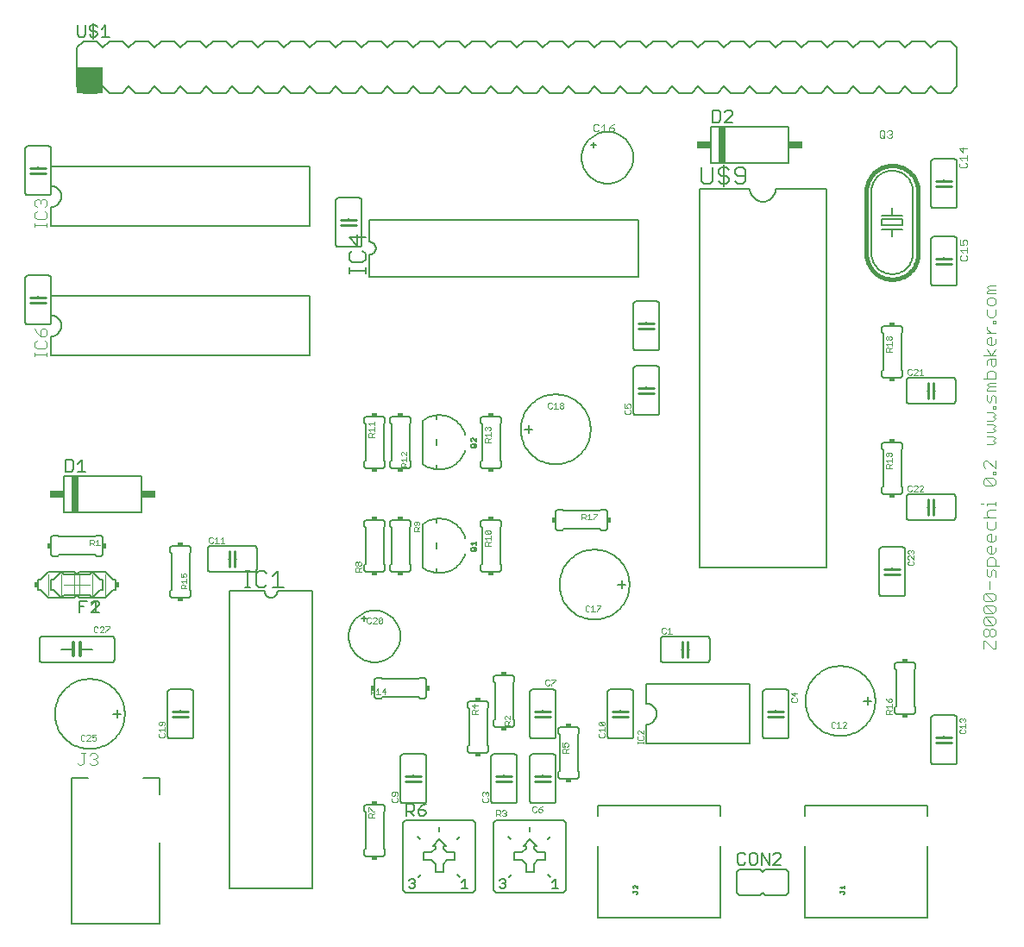
<source format=gto>
G75*
%MOIN*%
%OFA0B0*%
%FSLAX24Y24*%
%IPPOS*%
%LPD*%
%AMOC8*
5,1,8,0,0,1.08239X$1,22.5*
%
%ADD10C,0.0040*%
%ADD11C,0.0060*%
%ADD12C,0.0100*%
%ADD13C,0.0030*%
%ADD14C,0.0050*%
%ADD15R,0.1000X0.1000*%
%ADD16C,0.0070*%
%ADD17C,0.0020*%
%ADD18R,0.0200X0.0150*%
%ADD19C,0.0080*%
%ADD20R,0.0150X0.0200*%
%ADD21C,0.0160*%
%ADD22R,0.0250X0.1400*%
%ADD23R,0.0550X0.0300*%
%ADD24R,0.0140X0.0240*%
%ADD25C,0.0120*%
D10*
X003777Y007219D02*
X003853Y007219D01*
X003930Y007296D01*
X003930Y007679D01*
X003853Y007679D02*
X004007Y007679D01*
X004160Y007603D02*
X004237Y007679D01*
X004391Y007679D01*
X004467Y007603D01*
X004467Y007526D01*
X004391Y007449D01*
X004467Y007373D01*
X004467Y007296D01*
X004391Y007219D01*
X004237Y007219D01*
X004160Y007296D01*
X004314Y007449D02*
X004391Y007449D01*
X003777Y007219D02*
X003700Y007296D01*
X002510Y023019D02*
X002510Y023173D01*
X002510Y023096D02*
X002050Y023096D01*
X002050Y023019D02*
X002050Y023173D01*
X002126Y023326D02*
X002433Y023326D01*
X002510Y023403D01*
X002510Y023556D01*
X002433Y023633D01*
X002433Y023786D02*
X002510Y023863D01*
X002510Y024017D01*
X002433Y024093D01*
X002357Y024093D01*
X002280Y024017D01*
X002280Y023786D01*
X002433Y023786D01*
X002280Y023786D02*
X002126Y023940D01*
X002050Y024093D01*
X002126Y023633D02*
X002050Y023556D01*
X002050Y023403D01*
X002126Y023326D01*
X002050Y028019D02*
X002050Y028173D01*
X002050Y028096D02*
X002510Y028096D01*
X002510Y028019D02*
X002510Y028173D01*
X002433Y028326D02*
X002510Y028403D01*
X002510Y028556D01*
X002433Y028633D01*
X002433Y028786D02*
X002510Y028863D01*
X002510Y029017D01*
X002433Y029093D01*
X002357Y029093D01*
X002280Y029017D01*
X002280Y028940D01*
X002280Y029017D02*
X002203Y029093D01*
X002126Y029093D01*
X002050Y029017D01*
X002050Y028863D01*
X002126Y028786D01*
X002126Y028633D02*
X002050Y028556D01*
X002050Y028403D01*
X002126Y028326D01*
X002433Y028326D01*
X038700Y023075D02*
X039160Y023075D01*
X039160Y022922D02*
X039160Y022692D01*
X039083Y022615D01*
X039007Y022692D01*
X039007Y022922D01*
X038930Y022922D02*
X039160Y022922D01*
X039007Y023075D02*
X038853Y023306D01*
X038930Y023459D02*
X038853Y023536D01*
X038853Y023689D01*
X038930Y023766D01*
X039007Y023766D01*
X039007Y023459D01*
X039083Y023459D02*
X038930Y023459D01*
X039083Y023459D02*
X039160Y023536D01*
X039160Y023689D01*
X039160Y023919D02*
X038853Y023919D01*
X039007Y023919D02*
X038853Y024073D01*
X038853Y024150D01*
X039083Y024303D02*
X039083Y024380D01*
X039160Y024380D01*
X039160Y024303D01*
X039083Y024303D01*
X039083Y024533D02*
X039160Y024610D01*
X039160Y024840D01*
X039083Y024994D02*
X039160Y025070D01*
X039160Y025224D01*
X039083Y025301D01*
X038930Y025301D01*
X038853Y025224D01*
X038853Y025070D01*
X038930Y024994D01*
X039083Y024994D01*
X038853Y024840D02*
X038853Y024610D01*
X038930Y024533D01*
X039083Y024533D01*
X039160Y025454D02*
X038853Y025454D01*
X038853Y025531D01*
X038930Y025608D01*
X038853Y025684D01*
X038930Y025761D01*
X039160Y025761D01*
X039160Y025608D02*
X038930Y025608D01*
X039160Y023306D02*
X039007Y023075D01*
X038930Y022922D02*
X038853Y022845D01*
X038853Y022692D01*
X038930Y022462D02*
X038853Y022385D01*
X038853Y022155D01*
X038700Y022155D02*
X039160Y022155D01*
X039160Y022385D01*
X039083Y022462D01*
X038930Y022462D01*
X038930Y022001D02*
X039160Y022001D01*
X039160Y021848D02*
X038930Y021848D01*
X038853Y021924D01*
X038930Y022001D01*
X038930Y021848D02*
X038853Y021771D01*
X038853Y021694D01*
X039160Y021694D01*
X039083Y021541D02*
X039007Y021464D01*
X039007Y021311D01*
X038930Y021234D01*
X038853Y021311D01*
X038853Y021541D01*
X039083Y021541D02*
X039160Y021464D01*
X039160Y021234D01*
X039160Y021080D02*
X039160Y021004D01*
X039083Y021004D01*
X039083Y021080D01*
X039160Y021080D01*
X039083Y020850D02*
X038853Y020850D01*
X039083Y020850D02*
X039160Y020773D01*
X039083Y020697D01*
X039160Y020620D01*
X039083Y020543D01*
X038853Y020543D01*
X038853Y020390D02*
X039083Y020390D01*
X039160Y020313D01*
X039083Y020236D01*
X039160Y020160D01*
X039083Y020083D01*
X038853Y020083D01*
X038853Y019929D02*
X039083Y019929D01*
X039160Y019853D01*
X039083Y019776D01*
X039160Y019699D01*
X039083Y019622D01*
X038853Y019622D01*
X038853Y019009D02*
X038776Y019009D01*
X038700Y018932D01*
X038700Y018778D01*
X038776Y018702D01*
X038853Y019009D02*
X039160Y018702D01*
X039160Y019009D01*
X039160Y018548D02*
X039160Y018471D01*
X039083Y018471D01*
X039083Y018548D01*
X039160Y018548D01*
X039083Y018318D02*
X038776Y018318D01*
X039083Y018011D01*
X039160Y018088D01*
X039160Y018241D01*
X039083Y018318D01*
X038776Y018318D02*
X038700Y018241D01*
X038700Y018088D01*
X038776Y018011D01*
X039083Y018011D01*
X039160Y017397D02*
X039160Y017244D01*
X039160Y017320D02*
X038853Y017320D01*
X038853Y017244D01*
X038700Y017320D02*
X038623Y017320D01*
X038853Y017014D02*
X038853Y016860D01*
X038930Y016783D01*
X038853Y016630D02*
X038853Y016400D01*
X038930Y016323D01*
X039083Y016323D01*
X039160Y016400D01*
X039160Y016630D01*
X039160Y016783D02*
X038700Y016783D01*
X038853Y017014D02*
X038930Y017090D01*
X039160Y017090D01*
X039007Y016170D02*
X039007Y015863D01*
X039083Y015863D02*
X038930Y015863D01*
X038853Y015939D01*
X038853Y016093D01*
X038930Y016170D01*
X039007Y016170D01*
X039160Y016093D02*
X039160Y015939D01*
X039083Y015863D01*
X039007Y015709D02*
X039007Y015402D01*
X039083Y015402D02*
X038930Y015402D01*
X038853Y015479D01*
X038853Y015632D01*
X038930Y015709D01*
X039007Y015709D01*
X039160Y015632D02*
X039160Y015479D01*
X039083Y015402D01*
X039083Y015249D02*
X039160Y015172D01*
X039160Y014942D01*
X039313Y014942D02*
X038853Y014942D01*
X038853Y015172D01*
X038930Y015249D01*
X039083Y015249D01*
X039083Y014788D02*
X039007Y014712D01*
X039007Y014558D01*
X038930Y014481D01*
X038853Y014558D01*
X038853Y014788D01*
X039083Y014788D02*
X039160Y014712D01*
X039160Y014481D01*
X038930Y014328D02*
X038930Y014021D01*
X039083Y013868D02*
X038776Y013868D01*
X039083Y013561D01*
X039160Y013637D01*
X039160Y013791D01*
X039083Y013868D01*
X038776Y013868D02*
X038700Y013791D01*
X038700Y013637D01*
X038776Y013561D01*
X039083Y013561D01*
X039083Y013407D02*
X039160Y013330D01*
X039160Y013177D01*
X039083Y013100D01*
X038776Y013407D01*
X039083Y013407D01*
X038776Y013407D02*
X038700Y013330D01*
X038700Y013177D01*
X038776Y013100D01*
X039083Y013100D01*
X039083Y012947D02*
X039160Y012870D01*
X039160Y012717D01*
X039083Y012640D01*
X038776Y012947D01*
X039083Y012947D01*
X038776Y012947D02*
X038700Y012870D01*
X038700Y012717D01*
X038776Y012640D01*
X039083Y012640D01*
X039083Y012486D02*
X039160Y012410D01*
X039160Y012256D01*
X039083Y012179D01*
X039007Y012179D01*
X038930Y012256D01*
X038930Y012410D01*
X039007Y012486D01*
X039083Y012486D01*
X038930Y012410D02*
X038853Y012486D01*
X038776Y012486D01*
X038700Y012410D01*
X038700Y012256D01*
X038776Y012179D01*
X038853Y012179D01*
X038930Y012256D01*
X038776Y012026D02*
X039083Y011719D01*
X039160Y011719D01*
X039160Y012026D01*
X038776Y012026D02*
X038700Y012026D01*
X038700Y011719D01*
D11*
X036080Y011099D02*
X036080Y010949D01*
X036030Y010899D01*
X036030Y009499D01*
X036080Y009449D01*
X036080Y009299D01*
X036078Y009282D01*
X036074Y009265D01*
X036067Y009249D01*
X036057Y009235D01*
X036044Y009222D01*
X036030Y009212D01*
X036014Y009205D01*
X035997Y009201D01*
X035980Y009199D01*
X035380Y009199D01*
X035363Y009201D01*
X035346Y009205D01*
X035330Y009212D01*
X035316Y009222D01*
X035303Y009235D01*
X035293Y009249D01*
X035286Y009265D01*
X035282Y009282D01*
X035280Y009299D01*
X035280Y009449D01*
X035330Y009499D01*
X035330Y010899D01*
X035280Y010949D01*
X035280Y011099D01*
X035282Y011116D01*
X035286Y011133D01*
X035293Y011149D01*
X035303Y011163D01*
X035316Y011176D01*
X035330Y011186D01*
X035346Y011193D01*
X035363Y011197D01*
X035380Y011199D01*
X035980Y011199D01*
X035997Y011197D01*
X036014Y011193D01*
X036030Y011186D01*
X036044Y011176D01*
X036057Y011163D01*
X036067Y011149D01*
X036074Y011133D01*
X036078Y011116D01*
X036080Y011099D01*
X034380Y009699D02*
X034080Y009699D01*
X034230Y009849D02*
X034230Y009549D01*
X031830Y009699D02*
X031832Y009772D01*
X031838Y009845D01*
X031848Y009917D01*
X031862Y009989D01*
X031879Y010060D01*
X031901Y010130D01*
X031926Y010199D01*
X031955Y010266D01*
X031987Y010331D01*
X032023Y010395D01*
X032063Y010457D01*
X032105Y010516D01*
X032151Y010573D01*
X032200Y010627D01*
X032252Y010679D01*
X032306Y010728D01*
X032363Y010774D01*
X032422Y010816D01*
X032484Y010856D01*
X032548Y010892D01*
X032613Y010924D01*
X032680Y010953D01*
X032749Y010978D01*
X032819Y011000D01*
X032890Y011017D01*
X032962Y011031D01*
X033034Y011041D01*
X033107Y011047D01*
X033180Y011049D01*
X033253Y011047D01*
X033326Y011041D01*
X033398Y011031D01*
X033470Y011017D01*
X033541Y011000D01*
X033611Y010978D01*
X033680Y010953D01*
X033747Y010924D01*
X033812Y010892D01*
X033876Y010856D01*
X033938Y010816D01*
X033997Y010774D01*
X034054Y010728D01*
X034108Y010679D01*
X034160Y010627D01*
X034209Y010573D01*
X034255Y010516D01*
X034297Y010457D01*
X034337Y010395D01*
X034373Y010331D01*
X034405Y010266D01*
X034434Y010199D01*
X034459Y010130D01*
X034481Y010060D01*
X034498Y009989D01*
X034512Y009917D01*
X034522Y009845D01*
X034528Y009772D01*
X034530Y009699D01*
X034528Y009626D01*
X034522Y009553D01*
X034512Y009481D01*
X034498Y009409D01*
X034481Y009338D01*
X034459Y009268D01*
X034434Y009199D01*
X034405Y009132D01*
X034373Y009067D01*
X034337Y009003D01*
X034297Y008941D01*
X034255Y008882D01*
X034209Y008825D01*
X034160Y008771D01*
X034108Y008719D01*
X034054Y008670D01*
X033997Y008624D01*
X033938Y008582D01*
X033876Y008542D01*
X033812Y008506D01*
X033747Y008474D01*
X033680Y008445D01*
X033611Y008420D01*
X033541Y008398D01*
X033470Y008381D01*
X033398Y008367D01*
X033326Y008357D01*
X033253Y008351D01*
X033180Y008349D01*
X033107Y008351D01*
X033034Y008357D01*
X032962Y008367D01*
X032890Y008381D01*
X032819Y008398D01*
X032749Y008420D01*
X032680Y008445D01*
X032613Y008474D01*
X032548Y008506D01*
X032484Y008542D01*
X032422Y008582D01*
X032363Y008624D01*
X032306Y008670D01*
X032252Y008719D01*
X032200Y008771D01*
X032151Y008825D01*
X032105Y008882D01*
X032063Y008941D01*
X032023Y009003D01*
X031987Y009067D01*
X031955Y009132D01*
X031926Y009199D01*
X031901Y009268D01*
X031879Y009338D01*
X031862Y009409D01*
X031848Y009481D01*
X031838Y009553D01*
X031832Y009626D01*
X031830Y009699D01*
X031180Y010049D02*
X031180Y008349D01*
X031178Y008332D01*
X031174Y008315D01*
X031167Y008299D01*
X031157Y008285D01*
X031144Y008272D01*
X031130Y008262D01*
X031114Y008255D01*
X031097Y008251D01*
X031080Y008249D01*
X030280Y008249D01*
X030263Y008251D01*
X030246Y008255D01*
X030230Y008262D01*
X030216Y008272D01*
X030203Y008285D01*
X030193Y008299D01*
X030186Y008315D01*
X030182Y008332D01*
X030180Y008349D01*
X030180Y010049D01*
X030182Y010066D01*
X030186Y010083D01*
X030193Y010099D01*
X030203Y010113D01*
X030216Y010126D01*
X030230Y010136D01*
X030246Y010143D01*
X030263Y010147D01*
X030280Y010149D01*
X031080Y010149D01*
X031097Y010147D01*
X031114Y010143D01*
X031130Y010136D01*
X031144Y010126D01*
X031157Y010113D01*
X031167Y010099D01*
X031174Y010083D01*
X031178Y010066D01*
X031180Y010049D01*
X030680Y009349D02*
X030680Y009299D01*
X030680Y009099D02*
X030680Y009049D01*
X029680Y008049D02*
X029680Y010349D01*
X025680Y010349D01*
X025680Y009599D01*
X025180Y010049D02*
X025180Y008349D01*
X025178Y008332D01*
X025174Y008315D01*
X025167Y008299D01*
X025157Y008285D01*
X025144Y008272D01*
X025130Y008262D01*
X025114Y008255D01*
X025097Y008251D01*
X025080Y008249D01*
X024280Y008249D01*
X024263Y008251D01*
X024246Y008255D01*
X024230Y008262D01*
X024216Y008272D01*
X024203Y008285D01*
X024193Y008299D01*
X024186Y008315D01*
X024182Y008332D01*
X024180Y008349D01*
X024180Y010049D01*
X024182Y010066D01*
X024186Y010083D01*
X024193Y010099D01*
X024203Y010113D01*
X024216Y010126D01*
X024230Y010136D01*
X024246Y010143D01*
X024263Y010147D01*
X024280Y010149D01*
X025080Y010149D01*
X025097Y010147D01*
X025114Y010143D01*
X025130Y010136D01*
X025144Y010126D01*
X025157Y010113D01*
X025167Y010099D01*
X025174Y010083D01*
X025178Y010066D01*
X025180Y010049D01*
X024680Y009349D02*
X024680Y009299D01*
X024680Y009099D02*
X024680Y009049D01*
X025680Y008799D02*
X025719Y008801D01*
X025758Y008807D01*
X025796Y008816D01*
X025833Y008829D01*
X025869Y008846D01*
X025902Y008866D01*
X025934Y008890D01*
X025963Y008916D01*
X025989Y008945D01*
X026013Y008977D01*
X026033Y009010D01*
X026050Y009046D01*
X026063Y009083D01*
X026072Y009121D01*
X026078Y009160D01*
X026080Y009199D01*
X026078Y009238D01*
X026072Y009277D01*
X026063Y009315D01*
X026050Y009352D01*
X026033Y009388D01*
X026013Y009421D01*
X025989Y009453D01*
X025963Y009482D01*
X025934Y009508D01*
X025902Y009532D01*
X025869Y009552D01*
X025833Y009569D01*
X025796Y009582D01*
X025758Y009591D01*
X025719Y009597D01*
X025680Y009599D01*
X025680Y008799D02*
X025680Y008049D01*
X029680Y008049D01*
X028030Y011199D02*
X026330Y011199D01*
X026313Y011201D01*
X026296Y011205D01*
X026280Y011212D01*
X026266Y011222D01*
X026253Y011235D01*
X026243Y011249D01*
X026236Y011265D01*
X026232Y011282D01*
X026230Y011299D01*
X026230Y012099D01*
X026232Y012116D01*
X026236Y012133D01*
X026243Y012149D01*
X026253Y012163D01*
X026266Y012176D01*
X026280Y012186D01*
X026296Y012193D01*
X026313Y012197D01*
X026330Y012199D01*
X028030Y012199D01*
X028047Y012197D01*
X028064Y012193D01*
X028080Y012186D01*
X028094Y012176D01*
X028107Y012163D01*
X028117Y012149D01*
X028124Y012133D01*
X028128Y012116D01*
X028130Y012099D01*
X028130Y011299D01*
X028128Y011282D01*
X028124Y011265D01*
X028117Y011249D01*
X028107Y011235D01*
X028094Y011222D01*
X028080Y011212D01*
X028064Y011205D01*
X028047Y011201D01*
X028030Y011199D01*
X027330Y011699D02*
X027280Y011699D01*
X027080Y011699D02*
X027030Y011699D01*
X024730Y014049D02*
X024730Y014349D01*
X024880Y014199D02*
X024580Y014199D01*
X022330Y014199D02*
X022332Y014272D01*
X022338Y014345D01*
X022348Y014417D01*
X022362Y014489D01*
X022379Y014560D01*
X022401Y014630D01*
X022426Y014699D01*
X022455Y014766D01*
X022487Y014831D01*
X022523Y014895D01*
X022563Y014957D01*
X022605Y015016D01*
X022651Y015073D01*
X022700Y015127D01*
X022752Y015179D01*
X022806Y015228D01*
X022863Y015274D01*
X022922Y015316D01*
X022984Y015356D01*
X023048Y015392D01*
X023113Y015424D01*
X023180Y015453D01*
X023249Y015478D01*
X023319Y015500D01*
X023390Y015517D01*
X023462Y015531D01*
X023534Y015541D01*
X023607Y015547D01*
X023680Y015549D01*
X023753Y015547D01*
X023826Y015541D01*
X023898Y015531D01*
X023970Y015517D01*
X024041Y015500D01*
X024111Y015478D01*
X024180Y015453D01*
X024247Y015424D01*
X024312Y015392D01*
X024376Y015356D01*
X024438Y015316D01*
X024497Y015274D01*
X024554Y015228D01*
X024608Y015179D01*
X024660Y015127D01*
X024709Y015073D01*
X024755Y015016D01*
X024797Y014957D01*
X024837Y014895D01*
X024873Y014831D01*
X024905Y014766D01*
X024934Y014699D01*
X024959Y014630D01*
X024981Y014560D01*
X024998Y014489D01*
X025012Y014417D01*
X025022Y014345D01*
X025028Y014272D01*
X025030Y014199D01*
X025028Y014126D01*
X025022Y014053D01*
X025012Y013981D01*
X024998Y013909D01*
X024981Y013838D01*
X024959Y013768D01*
X024934Y013699D01*
X024905Y013632D01*
X024873Y013567D01*
X024837Y013503D01*
X024797Y013441D01*
X024755Y013382D01*
X024709Y013325D01*
X024660Y013271D01*
X024608Y013219D01*
X024554Y013170D01*
X024497Y013124D01*
X024438Y013082D01*
X024376Y013042D01*
X024312Y013006D01*
X024247Y012974D01*
X024180Y012945D01*
X024111Y012920D01*
X024041Y012898D01*
X023970Y012881D01*
X023898Y012867D01*
X023826Y012857D01*
X023753Y012851D01*
X023680Y012849D01*
X023607Y012851D01*
X023534Y012857D01*
X023462Y012867D01*
X023390Y012881D01*
X023319Y012898D01*
X023249Y012920D01*
X023180Y012945D01*
X023113Y012974D01*
X023048Y013006D01*
X022984Y013042D01*
X022922Y013082D01*
X022863Y013124D01*
X022806Y013170D01*
X022752Y013219D01*
X022700Y013271D01*
X022651Y013325D01*
X022605Y013382D01*
X022563Y013441D01*
X022523Y013503D01*
X022487Y013567D01*
X022455Y013632D01*
X022426Y013699D01*
X022401Y013768D01*
X022379Y013838D01*
X022362Y013909D01*
X022348Y013981D01*
X022338Y014053D01*
X022332Y014126D01*
X022330Y014199D01*
X020080Y014799D02*
X020080Y014949D01*
X020030Y014999D01*
X020030Y016399D01*
X020080Y016449D01*
X020080Y016599D01*
X020078Y016616D01*
X020074Y016633D01*
X020067Y016649D01*
X020057Y016663D01*
X020044Y016676D01*
X020030Y016686D01*
X020014Y016693D01*
X019997Y016697D01*
X019980Y016699D01*
X019380Y016699D01*
X019363Y016697D01*
X019346Y016693D01*
X019330Y016686D01*
X019316Y016676D01*
X019303Y016663D01*
X019293Y016649D01*
X019286Y016633D01*
X019282Y016616D01*
X019280Y016599D01*
X019280Y016449D01*
X019330Y016399D01*
X019330Y014999D01*
X019280Y014949D01*
X019280Y014799D01*
X019282Y014782D01*
X019286Y014765D01*
X019293Y014749D01*
X019303Y014735D01*
X019316Y014722D01*
X019330Y014712D01*
X019346Y014705D01*
X019363Y014701D01*
X019380Y014699D01*
X019980Y014699D01*
X019997Y014701D01*
X020014Y014705D01*
X020030Y014712D01*
X020044Y014722D01*
X020057Y014735D01*
X020067Y014749D01*
X020074Y014765D01*
X020078Y014782D01*
X020080Y014799D01*
X022180Y016399D02*
X022180Y016999D01*
X022182Y017016D01*
X022186Y017033D01*
X022193Y017049D01*
X022203Y017063D01*
X022216Y017076D01*
X022230Y017086D01*
X022246Y017093D01*
X022263Y017097D01*
X022280Y017099D01*
X022430Y017099D01*
X022480Y017049D01*
X023880Y017049D01*
X023930Y017099D01*
X024080Y017099D01*
X024097Y017097D01*
X024114Y017093D01*
X024130Y017086D01*
X024144Y017076D01*
X024157Y017063D01*
X024167Y017049D01*
X024174Y017033D01*
X024178Y017016D01*
X024180Y016999D01*
X024180Y016399D01*
X024178Y016382D01*
X024174Y016365D01*
X024167Y016349D01*
X024157Y016335D01*
X024144Y016322D01*
X024130Y016312D01*
X024114Y016305D01*
X024097Y016301D01*
X024080Y016299D01*
X023930Y016299D01*
X023880Y016349D01*
X022480Y016349D01*
X022430Y016299D01*
X022280Y016299D01*
X022263Y016301D01*
X022246Y016305D01*
X022230Y016312D01*
X022216Y016322D01*
X022203Y016335D01*
X022193Y016349D01*
X022186Y016365D01*
X022182Y016382D01*
X022180Y016399D01*
X019980Y018699D02*
X019380Y018699D01*
X019363Y018701D01*
X019346Y018705D01*
X019330Y018712D01*
X019316Y018722D01*
X019303Y018735D01*
X019293Y018749D01*
X019286Y018765D01*
X019282Y018782D01*
X019280Y018799D01*
X019280Y018949D01*
X019330Y018999D01*
X019330Y020399D01*
X019280Y020449D01*
X019280Y020599D01*
X019282Y020616D01*
X019286Y020633D01*
X019293Y020649D01*
X019303Y020663D01*
X019316Y020676D01*
X019330Y020686D01*
X019346Y020693D01*
X019363Y020697D01*
X019380Y020699D01*
X019980Y020699D01*
X019997Y020697D01*
X020014Y020693D01*
X020030Y020686D01*
X020044Y020676D01*
X020057Y020663D01*
X020067Y020649D01*
X020074Y020633D01*
X020078Y020616D01*
X020080Y020599D01*
X020080Y020449D01*
X020030Y020399D01*
X020030Y018999D01*
X020080Y018949D01*
X020080Y018799D01*
X020078Y018782D01*
X020074Y018765D01*
X020067Y018749D01*
X020057Y018735D01*
X020044Y018722D01*
X020030Y018712D01*
X020014Y018705D01*
X019997Y018701D01*
X019980Y018699D01*
X021130Y020049D02*
X021130Y020349D01*
X020980Y020199D02*
X021280Y020199D01*
X020830Y020199D02*
X020832Y020272D01*
X020838Y020345D01*
X020848Y020417D01*
X020862Y020489D01*
X020879Y020560D01*
X020901Y020630D01*
X020926Y020699D01*
X020955Y020766D01*
X020987Y020831D01*
X021023Y020895D01*
X021063Y020957D01*
X021105Y021016D01*
X021151Y021073D01*
X021200Y021127D01*
X021252Y021179D01*
X021306Y021228D01*
X021363Y021274D01*
X021422Y021316D01*
X021484Y021356D01*
X021548Y021392D01*
X021613Y021424D01*
X021680Y021453D01*
X021749Y021478D01*
X021819Y021500D01*
X021890Y021517D01*
X021962Y021531D01*
X022034Y021541D01*
X022107Y021547D01*
X022180Y021549D01*
X022253Y021547D01*
X022326Y021541D01*
X022398Y021531D01*
X022470Y021517D01*
X022541Y021500D01*
X022611Y021478D01*
X022680Y021453D01*
X022747Y021424D01*
X022812Y021392D01*
X022876Y021356D01*
X022938Y021316D01*
X022997Y021274D01*
X023054Y021228D01*
X023108Y021179D01*
X023160Y021127D01*
X023209Y021073D01*
X023255Y021016D01*
X023297Y020957D01*
X023337Y020895D01*
X023373Y020831D01*
X023405Y020766D01*
X023434Y020699D01*
X023459Y020630D01*
X023481Y020560D01*
X023498Y020489D01*
X023512Y020417D01*
X023522Y020345D01*
X023528Y020272D01*
X023530Y020199D01*
X023528Y020126D01*
X023522Y020053D01*
X023512Y019981D01*
X023498Y019909D01*
X023481Y019838D01*
X023459Y019768D01*
X023434Y019699D01*
X023405Y019632D01*
X023373Y019567D01*
X023337Y019503D01*
X023297Y019441D01*
X023255Y019382D01*
X023209Y019325D01*
X023160Y019271D01*
X023108Y019219D01*
X023054Y019170D01*
X022997Y019124D01*
X022938Y019082D01*
X022876Y019042D01*
X022812Y019006D01*
X022747Y018974D01*
X022680Y018945D01*
X022611Y018920D01*
X022541Y018898D01*
X022470Y018881D01*
X022398Y018867D01*
X022326Y018857D01*
X022253Y018851D01*
X022180Y018849D01*
X022107Y018851D01*
X022034Y018857D01*
X021962Y018867D01*
X021890Y018881D01*
X021819Y018898D01*
X021749Y018920D01*
X021680Y018945D01*
X021613Y018974D01*
X021548Y019006D01*
X021484Y019042D01*
X021422Y019082D01*
X021363Y019124D01*
X021306Y019170D01*
X021252Y019219D01*
X021200Y019271D01*
X021151Y019325D01*
X021105Y019382D01*
X021063Y019441D01*
X021023Y019503D01*
X020987Y019567D01*
X020955Y019632D01*
X020926Y019699D01*
X020901Y019768D01*
X020879Y019838D01*
X020862Y019909D01*
X020848Y019981D01*
X020838Y020053D01*
X020832Y020126D01*
X020830Y020199D01*
X016580Y020449D02*
X016530Y020399D01*
X016530Y018999D01*
X016580Y018949D01*
X016580Y018799D01*
X016578Y018782D01*
X016574Y018765D01*
X016567Y018749D01*
X016557Y018735D01*
X016544Y018722D01*
X016530Y018712D01*
X016514Y018705D01*
X016497Y018701D01*
X016480Y018699D01*
X015880Y018699D01*
X015863Y018701D01*
X015846Y018705D01*
X015830Y018712D01*
X015816Y018722D01*
X015803Y018735D01*
X015793Y018749D01*
X015786Y018765D01*
X015782Y018782D01*
X015780Y018799D01*
X015780Y018949D01*
X015830Y018999D01*
X015830Y020399D01*
X015780Y020449D01*
X015780Y020599D01*
X015782Y020616D01*
X015786Y020633D01*
X015793Y020649D01*
X015803Y020663D01*
X015816Y020676D01*
X015830Y020686D01*
X015846Y020693D01*
X015863Y020697D01*
X015880Y020699D01*
X016480Y020699D01*
X016497Y020697D01*
X016514Y020693D01*
X016530Y020686D01*
X016544Y020676D01*
X016557Y020663D01*
X016567Y020649D01*
X016574Y020633D01*
X016578Y020616D01*
X016580Y020599D01*
X016580Y020449D01*
X015580Y020449D02*
X015580Y020599D01*
X015578Y020616D01*
X015574Y020633D01*
X015567Y020649D01*
X015557Y020663D01*
X015544Y020676D01*
X015530Y020686D01*
X015514Y020693D01*
X015497Y020697D01*
X015480Y020699D01*
X014880Y020699D01*
X014863Y020697D01*
X014846Y020693D01*
X014830Y020686D01*
X014816Y020676D01*
X014803Y020663D01*
X014793Y020649D01*
X014786Y020633D01*
X014782Y020616D01*
X014780Y020599D01*
X014780Y020449D01*
X014830Y020399D01*
X014830Y018999D01*
X014780Y018949D01*
X014780Y018799D01*
X014782Y018782D01*
X014786Y018765D01*
X014793Y018749D01*
X014803Y018735D01*
X014816Y018722D01*
X014830Y018712D01*
X014846Y018705D01*
X014863Y018701D01*
X014880Y018699D01*
X015480Y018699D01*
X015497Y018701D01*
X015514Y018705D01*
X015530Y018712D01*
X015544Y018722D01*
X015557Y018735D01*
X015567Y018749D01*
X015574Y018765D01*
X015578Y018782D01*
X015580Y018799D01*
X015580Y018949D01*
X015530Y018999D01*
X015530Y020399D01*
X015580Y020449D01*
X012680Y023049D02*
X012680Y025349D01*
X002680Y025349D01*
X002680Y024599D01*
X002680Y024349D02*
X002680Y026049D01*
X002678Y026066D01*
X002674Y026083D01*
X002667Y026099D01*
X002657Y026113D01*
X002644Y026126D01*
X002630Y026136D01*
X002614Y026143D01*
X002597Y026147D01*
X002580Y026149D01*
X001780Y026149D01*
X001763Y026147D01*
X001746Y026143D01*
X001730Y026136D01*
X001716Y026126D01*
X001703Y026113D01*
X001693Y026099D01*
X001686Y026083D01*
X001682Y026066D01*
X001680Y026049D01*
X001680Y024349D01*
X001682Y024332D01*
X001686Y024315D01*
X001693Y024299D01*
X001703Y024285D01*
X001716Y024272D01*
X001730Y024262D01*
X001746Y024255D01*
X001763Y024251D01*
X001780Y024249D01*
X002580Y024249D01*
X002597Y024251D01*
X002614Y024255D01*
X002630Y024262D01*
X002644Y024272D01*
X002657Y024285D01*
X002667Y024299D01*
X002674Y024315D01*
X002678Y024332D01*
X002680Y024349D01*
X002680Y024599D02*
X002719Y024597D01*
X002758Y024591D01*
X002796Y024582D01*
X002833Y024569D01*
X002869Y024552D01*
X002902Y024532D01*
X002934Y024508D01*
X002963Y024482D01*
X002989Y024453D01*
X003013Y024421D01*
X003033Y024388D01*
X003050Y024352D01*
X003063Y024315D01*
X003072Y024277D01*
X003078Y024238D01*
X003080Y024199D01*
X003078Y024160D01*
X003072Y024121D01*
X003063Y024083D01*
X003050Y024046D01*
X003033Y024010D01*
X003013Y023977D01*
X002989Y023945D01*
X002963Y023916D01*
X002934Y023890D01*
X002902Y023866D01*
X002869Y023846D01*
X002833Y023829D01*
X002796Y023816D01*
X002758Y023807D01*
X002719Y023801D01*
X002680Y023799D01*
X002680Y023049D01*
X012680Y023049D01*
X014980Y026099D02*
X025380Y026099D01*
X025380Y028299D01*
X014980Y028299D01*
X014980Y027449D01*
X015010Y027447D01*
X015040Y027442D01*
X015069Y027433D01*
X015096Y027420D01*
X015122Y027405D01*
X015146Y027386D01*
X015167Y027365D01*
X015186Y027341D01*
X015201Y027315D01*
X015214Y027288D01*
X015223Y027259D01*
X015228Y027229D01*
X015230Y027199D01*
X015228Y027169D01*
X015223Y027139D01*
X015214Y027110D01*
X015201Y027083D01*
X015186Y027057D01*
X015167Y027033D01*
X015146Y027012D01*
X015122Y026993D01*
X015096Y026978D01*
X015069Y026965D01*
X015040Y026956D01*
X015010Y026951D01*
X014980Y026949D01*
X014980Y026099D01*
X014580Y027249D02*
X013780Y027249D01*
X013763Y027251D01*
X013746Y027255D01*
X013730Y027262D01*
X013716Y027272D01*
X013703Y027285D01*
X013693Y027299D01*
X013686Y027315D01*
X013682Y027332D01*
X013680Y027349D01*
X013680Y029049D01*
X013682Y029066D01*
X013686Y029083D01*
X013693Y029099D01*
X013703Y029113D01*
X013716Y029126D01*
X013730Y029136D01*
X013746Y029143D01*
X013763Y029147D01*
X013780Y029149D01*
X014580Y029149D01*
X014597Y029147D01*
X014614Y029143D01*
X014630Y029136D01*
X014644Y029126D01*
X014657Y029113D01*
X014667Y029099D01*
X014674Y029083D01*
X014678Y029066D01*
X014680Y029049D01*
X014680Y027349D01*
X014678Y027332D01*
X014674Y027315D01*
X014667Y027299D01*
X014657Y027285D01*
X014644Y027272D01*
X014630Y027262D01*
X014614Y027255D01*
X014597Y027251D01*
X014580Y027249D01*
X014180Y028049D02*
X014180Y028099D01*
X014180Y028299D02*
X014180Y028349D01*
X012680Y028049D02*
X012680Y030349D01*
X002680Y030349D01*
X002680Y029599D01*
X002680Y029349D02*
X002680Y031049D01*
X002678Y031066D01*
X002674Y031083D01*
X002667Y031099D01*
X002657Y031113D01*
X002644Y031126D01*
X002630Y031136D01*
X002614Y031143D01*
X002597Y031147D01*
X002580Y031149D01*
X001780Y031149D01*
X001763Y031147D01*
X001746Y031143D01*
X001730Y031136D01*
X001716Y031126D01*
X001703Y031113D01*
X001693Y031099D01*
X001686Y031083D01*
X001682Y031066D01*
X001680Y031049D01*
X001680Y029349D01*
X001682Y029332D01*
X001686Y029315D01*
X001693Y029299D01*
X001703Y029285D01*
X001716Y029272D01*
X001730Y029262D01*
X001746Y029255D01*
X001763Y029251D01*
X001780Y029249D01*
X002580Y029249D01*
X002597Y029251D01*
X002614Y029255D01*
X002630Y029262D01*
X002644Y029272D01*
X002657Y029285D01*
X002667Y029299D01*
X002674Y029315D01*
X002678Y029332D01*
X002680Y029349D01*
X002680Y029599D02*
X002719Y029597D01*
X002758Y029591D01*
X002796Y029582D01*
X002833Y029569D01*
X002869Y029552D01*
X002902Y029532D01*
X002934Y029508D01*
X002963Y029482D01*
X002989Y029453D01*
X003013Y029421D01*
X003033Y029388D01*
X003050Y029352D01*
X003063Y029315D01*
X003072Y029277D01*
X003078Y029238D01*
X003080Y029199D01*
X003078Y029160D01*
X003072Y029121D01*
X003063Y029083D01*
X003050Y029046D01*
X003033Y029010D01*
X003013Y028977D01*
X002989Y028945D01*
X002963Y028916D01*
X002934Y028890D01*
X002902Y028866D01*
X002869Y028846D01*
X002833Y028829D01*
X002796Y028816D01*
X002758Y028807D01*
X002719Y028801D01*
X002680Y028799D01*
X002680Y028049D01*
X012680Y028049D01*
X012430Y033199D02*
X011930Y033199D01*
X011680Y033449D01*
X011430Y033199D01*
X010930Y033199D01*
X010680Y033449D01*
X010430Y033199D01*
X009930Y033199D01*
X009680Y033449D01*
X009430Y033199D01*
X008930Y033199D01*
X008680Y033449D01*
X008430Y033199D01*
X007930Y033199D01*
X007680Y033449D01*
X007430Y033199D01*
X006930Y033199D01*
X006680Y033449D01*
X006430Y033199D01*
X005930Y033199D01*
X005680Y033449D01*
X005430Y033199D01*
X004930Y033199D01*
X004680Y033449D01*
X004430Y033199D01*
X003930Y033199D01*
X003680Y033449D01*
X003680Y034949D01*
X003930Y035199D01*
X004430Y035199D01*
X004680Y034949D01*
X004930Y035199D01*
X005430Y035199D01*
X005680Y034949D01*
X005930Y035199D01*
X006430Y035199D01*
X006680Y034949D01*
X006930Y035199D01*
X007430Y035199D01*
X007680Y034949D01*
X007930Y035199D01*
X008430Y035199D01*
X008680Y034949D01*
X008930Y035199D01*
X009430Y035199D01*
X009680Y034949D01*
X009930Y035199D01*
X010430Y035199D01*
X010680Y034949D01*
X010930Y035199D01*
X011430Y035199D01*
X011680Y034949D01*
X011930Y035199D01*
X012430Y035199D01*
X012680Y034949D01*
X012930Y035199D01*
X013430Y035199D01*
X013680Y034949D01*
X013930Y035199D01*
X014430Y035199D01*
X014680Y034949D01*
X014930Y035199D01*
X015430Y035199D01*
X015680Y034949D01*
X015930Y035199D01*
X016430Y035199D01*
X016680Y034949D01*
X016930Y035199D01*
X017430Y035199D01*
X017680Y034949D01*
X017930Y035199D01*
X018430Y035199D01*
X018680Y034949D01*
X018930Y035199D01*
X019430Y035199D01*
X019680Y034949D01*
X019930Y035199D01*
X020430Y035199D01*
X020680Y034949D01*
X020930Y035199D01*
X021430Y035199D01*
X021680Y034949D01*
X021930Y035199D01*
X022430Y035199D01*
X022680Y034949D01*
X022930Y035199D01*
X023430Y035199D01*
X023680Y034949D01*
X023930Y035199D01*
X024430Y035199D01*
X024680Y034949D01*
X024930Y035199D01*
X025430Y035199D01*
X025680Y034949D01*
X025930Y035199D01*
X026430Y035199D01*
X026680Y034949D01*
X026930Y035199D01*
X027430Y035199D01*
X027680Y034949D01*
X027930Y035199D01*
X028430Y035199D01*
X028680Y034949D01*
X028930Y035199D01*
X029430Y035199D01*
X029680Y034949D01*
X029930Y035199D01*
X030430Y035199D01*
X030680Y034949D01*
X030930Y035199D01*
X031430Y035199D01*
X031680Y034949D01*
X031930Y035199D01*
X032430Y035199D01*
X032680Y034949D01*
X032930Y035199D01*
X033430Y035199D01*
X033680Y034949D01*
X033930Y035199D01*
X034430Y035199D01*
X034680Y034949D01*
X034930Y035199D01*
X035430Y035199D01*
X035680Y034949D01*
X035930Y035199D01*
X036430Y035199D01*
X036680Y034949D01*
X036930Y035199D01*
X037430Y035199D01*
X037680Y034949D01*
X037680Y033449D01*
X037430Y033199D01*
X036930Y033199D01*
X036680Y033449D01*
X036430Y033199D01*
X035930Y033199D01*
X035680Y033449D01*
X035430Y033199D01*
X034930Y033199D01*
X034680Y033449D01*
X034430Y033199D01*
X033930Y033199D01*
X033680Y033449D01*
X033430Y033199D01*
X032930Y033199D01*
X032680Y033449D01*
X032430Y033199D01*
X031930Y033199D01*
X031680Y033449D01*
X031430Y033199D01*
X030930Y033199D01*
X030680Y033449D01*
X030430Y033199D01*
X029930Y033199D01*
X029680Y033449D01*
X029430Y033199D01*
X028930Y033199D01*
X028680Y033449D01*
X028430Y033199D01*
X027930Y033199D01*
X027680Y033449D01*
X027430Y033199D01*
X026930Y033199D01*
X026680Y033449D01*
X026430Y033199D01*
X025930Y033199D01*
X025680Y033449D01*
X025430Y033199D01*
X024930Y033199D01*
X024680Y033449D01*
X024430Y033199D01*
X023930Y033199D01*
X023680Y033449D01*
X023430Y033199D01*
X022930Y033199D01*
X022680Y033449D01*
X022430Y033199D01*
X021930Y033199D01*
X021680Y033449D01*
X021430Y033199D01*
X020930Y033199D01*
X020680Y033449D01*
X020430Y033199D01*
X019930Y033199D01*
X019680Y033449D01*
X019430Y033199D01*
X018930Y033199D01*
X018680Y033449D01*
X018430Y033199D01*
X017930Y033199D01*
X017680Y033449D01*
X017430Y033199D01*
X016930Y033199D01*
X016680Y033449D01*
X016430Y033199D01*
X015930Y033199D01*
X015680Y033449D01*
X015430Y033199D01*
X014930Y033199D01*
X014680Y033449D01*
X014430Y033199D01*
X013930Y033199D01*
X013680Y033449D01*
X013430Y033199D01*
X012930Y033199D01*
X012680Y033449D01*
X012430Y033199D01*
X002180Y030349D02*
X002180Y030299D01*
X002180Y030099D02*
X002180Y030049D01*
X002180Y025349D02*
X002180Y025299D01*
X002180Y025099D02*
X002180Y025049D01*
X003180Y018399D02*
X003180Y016999D01*
X006180Y016999D01*
X006180Y018399D01*
X003180Y018399D01*
X002930Y016099D02*
X002780Y016099D01*
X002763Y016097D01*
X002746Y016093D01*
X002730Y016086D01*
X002716Y016076D01*
X002703Y016063D01*
X002693Y016049D01*
X002686Y016033D01*
X002682Y016016D01*
X002680Y015999D01*
X002680Y015399D01*
X002682Y015382D01*
X002686Y015365D01*
X002693Y015349D01*
X002703Y015335D01*
X002716Y015322D01*
X002730Y015312D01*
X002746Y015305D01*
X002763Y015301D01*
X002780Y015299D01*
X002930Y015299D01*
X002980Y015349D01*
X004380Y015349D01*
X004430Y015299D01*
X004580Y015299D01*
X004597Y015301D01*
X004614Y015305D01*
X004630Y015312D01*
X004644Y015322D01*
X004657Y015335D01*
X004667Y015349D01*
X004674Y015365D01*
X004678Y015382D01*
X004680Y015399D01*
X004680Y015999D01*
X004678Y016016D01*
X004674Y016033D01*
X004667Y016049D01*
X004657Y016063D01*
X004644Y016076D01*
X004630Y016086D01*
X004614Y016093D01*
X004597Y016097D01*
X004580Y016099D01*
X004430Y016099D01*
X004380Y016049D01*
X002980Y016049D01*
X002930Y016099D01*
X003080Y014699D02*
X002580Y014699D01*
X002280Y014399D01*
X002180Y014399D01*
X002180Y013999D01*
X002280Y013999D01*
X002580Y013699D01*
X003080Y013699D01*
X003180Y013799D01*
X004180Y013799D01*
X004280Y013699D01*
X004780Y013699D01*
X005080Y013999D01*
X005180Y013999D01*
X005180Y014399D01*
X005080Y014399D01*
X004780Y014699D01*
X004280Y014699D01*
X004180Y014599D01*
X003180Y014599D01*
X003080Y014699D01*
X002780Y014399D01*
X002680Y014399D01*
X002680Y013999D01*
X002780Y013999D01*
X003080Y013699D01*
X003580Y013699D01*
X003680Y013799D01*
X003780Y013699D01*
X004280Y013699D01*
X004580Y013999D01*
X004680Y013999D01*
X004680Y014399D01*
X004580Y014399D01*
X004280Y014699D01*
X003780Y014699D01*
X003680Y014599D01*
X003580Y014699D01*
X003080Y014699D01*
X002330Y012199D02*
X005030Y012199D01*
X005047Y012197D01*
X005064Y012193D01*
X005080Y012186D01*
X005094Y012176D01*
X005107Y012163D01*
X005117Y012149D01*
X005124Y012133D01*
X005128Y012116D01*
X005130Y012099D01*
X005130Y011299D01*
X005128Y011282D01*
X005124Y011265D01*
X005117Y011249D01*
X005107Y011235D01*
X005094Y011222D01*
X005080Y011212D01*
X005064Y011205D01*
X005047Y011201D01*
X005030Y011199D01*
X002330Y011199D01*
X002313Y011201D01*
X002296Y011205D01*
X002280Y011212D01*
X002266Y011222D01*
X002253Y011235D01*
X002243Y011249D01*
X002236Y011265D01*
X002232Y011282D01*
X002230Y011299D01*
X002230Y012099D01*
X002232Y012116D01*
X002236Y012133D01*
X002243Y012149D01*
X002253Y012163D01*
X002266Y012176D01*
X002280Y012186D01*
X002296Y012193D01*
X002313Y012197D01*
X002330Y012199D01*
X003080Y011699D02*
X003550Y011699D01*
X003800Y011699D02*
X004280Y011699D01*
X005230Y009349D02*
X005230Y009049D01*
X005380Y009199D02*
X005080Y009199D01*
X002830Y009199D02*
X002832Y009272D01*
X002838Y009345D01*
X002848Y009417D01*
X002862Y009489D01*
X002879Y009560D01*
X002901Y009630D01*
X002926Y009699D01*
X002955Y009766D01*
X002987Y009831D01*
X003023Y009895D01*
X003063Y009957D01*
X003105Y010016D01*
X003151Y010073D01*
X003200Y010127D01*
X003252Y010179D01*
X003306Y010228D01*
X003363Y010274D01*
X003422Y010316D01*
X003484Y010356D01*
X003548Y010392D01*
X003613Y010424D01*
X003680Y010453D01*
X003749Y010478D01*
X003819Y010500D01*
X003890Y010517D01*
X003962Y010531D01*
X004034Y010541D01*
X004107Y010547D01*
X004180Y010549D01*
X004253Y010547D01*
X004326Y010541D01*
X004398Y010531D01*
X004470Y010517D01*
X004541Y010500D01*
X004611Y010478D01*
X004680Y010453D01*
X004747Y010424D01*
X004812Y010392D01*
X004876Y010356D01*
X004938Y010316D01*
X004997Y010274D01*
X005054Y010228D01*
X005108Y010179D01*
X005160Y010127D01*
X005209Y010073D01*
X005255Y010016D01*
X005297Y009957D01*
X005337Y009895D01*
X005373Y009831D01*
X005405Y009766D01*
X005434Y009699D01*
X005459Y009630D01*
X005481Y009560D01*
X005498Y009489D01*
X005512Y009417D01*
X005522Y009345D01*
X005528Y009272D01*
X005530Y009199D01*
X005528Y009126D01*
X005522Y009053D01*
X005512Y008981D01*
X005498Y008909D01*
X005481Y008838D01*
X005459Y008768D01*
X005434Y008699D01*
X005405Y008632D01*
X005373Y008567D01*
X005337Y008503D01*
X005297Y008441D01*
X005255Y008382D01*
X005209Y008325D01*
X005160Y008271D01*
X005108Y008219D01*
X005054Y008170D01*
X004997Y008124D01*
X004938Y008082D01*
X004876Y008042D01*
X004812Y008006D01*
X004747Y007974D01*
X004680Y007945D01*
X004611Y007920D01*
X004541Y007898D01*
X004470Y007881D01*
X004398Y007867D01*
X004326Y007857D01*
X004253Y007851D01*
X004180Y007849D01*
X004107Y007851D01*
X004034Y007857D01*
X003962Y007867D01*
X003890Y007881D01*
X003819Y007898D01*
X003749Y007920D01*
X003680Y007945D01*
X003613Y007974D01*
X003548Y008006D01*
X003484Y008042D01*
X003422Y008082D01*
X003363Y008124D01*
X003306Y008170D01*
X003252Y008219D01*
X003200Y008271D01*
X003151Y008325D01*
X003105Y008382D01*
X003063Y008441D01*
X003023Y008503D01*
X002987Y008567D01*
X002955Y008632D01*
X002926Y008699D01*
X002901Y008768D01*
X002879Y008838D01*
X002862Y008909D01*
X002848Y008981D01*
X002838Y009053D01*
X002832Y009126D01*
X002830Y009199D01*
X007180Y008349D02*
X007180Y010049D01*
X007182Y010066D01*
X007186Y010083D01*
X007193Y010099D01*
X007203Y010113D01*
X007216Y010126D01*
X007230Y010136D01*
X007246Y010143D01*
X007263Y010147D01*
X007280Y010149D01*
X008080Y010149D01*
X008097Y010147D01*
X008114Y010143D01*
X008130Y010136D01*
X008144Y010126D01*
X008157Y010113D01*
X008167Y010099D01*
X008174Y010083D01*
X008178Y010066D01*
X008180Y010049D01*
X008180Y008349D01*
X008178Y008332D01*
X008174Y008315D01*
X008167Y008299D01*
X008157Y008285D01*
X008144Y008272D01*
X008130Y008262D01*
X008114Y008255D01*
X008097Y008251D01*
X008080Y008249D01*
X007280Y008249D01*
X007263Y008251D01*
X007246Y008255D01*
X007230Y008262D01*
X007216Y008272D01*
X007203Y008285D01*
X007193Y008299D01*
X007186Y008315D01*
X007182Y008332D01*
X007180Y008349D01*
X007680Y009049D02*
X007680Y009099D01*
X007680Y009299D02*
X007680Y009349D01*
X007380Y013699D02*
X007980Y013699D01*
X007997Y013701D01*
X008014Y013705D01*
X008030Y013712D01*
X008044Y013722D01*
X008057Y013735D01*
X008067Y013749D01*
X008074Y013765D01*
X008078Y013782D01*
X008080Y013799D01*
X008080Y013949D01*
X008030Y013999D01*
X008030Y015399D01*
X008080Y015449D01*
X008080Y015599D01*
X008078Y015616D01*
X008074Y015633D01*
X008067Y015649D01*
X008057Y015663D01*
X008044Y015676D01*
X008030Y015686D01*
X008014Y015693D01*
X007997Y015697D01*
X007980Y015699D01*
X007380Y015699D01*
X007363Y015697D01*
X007346Y015693D01*
X007330Y015686D01*
X007316Y015676D01*
X007303Y015663D01*
X007293Y015649D01*
X007286Y015633D01*
X007282Y015616D01*
X007280Y015599D01*
X007280Y015449D01*
X007330Y015399D01*
X007330Y013999D01*
X007280Y013949D01*
X007280Y013799D01*
X007282Y013782D01*
X007286Y013765D01*
X007293Y013749D01*
X007303Y013735D01*
X007316Y013722D01*
X007330Y013712D01*
X007346Y013705D01*
X007363Y013701D01*
X007380Y013699D01*
X008730Y014799D02*
X008730Y015599D01*
X008732Y015616D01*
X008736Y015633D01*
X008743Y015649D01*
X008753Y015663D01*
X008766Y015676D01*
X008780Y015686D01*
X008796Y015693D01*
X008813Y015697D01*
X008830Y015699D01*
X010530Y015699D01*
X010547Y015697D01*
X010564Y015693D01*
X010580Y015686D01*
X010594Y015676D01*
X010607Y015663D01*
X010617Y015649D01*
X010624Y015633D01*
X010628Y015616D01*
X010630Y015599D01*
X010630Y014799D01*
X010628Y014782D01*
X010624Y014765D01*
X010617Y014749D01*
X010607Y014735D01*
X010594Y014722D01*
X010580Y014712D01*
X010564Y014705D01*
X010547Y014701D01*
X010530Y014699D01*
X008830Y014699D01*
X008813Y014701D01*
X008796Y014705D01*
X008780Y014712D01*
X008766Y014722D01*
X008753Y014735D01*
X008743Y014749D01*
X008736Y014765D01*
X008732Y014782D01*
X008730Y014799D01*
X009530Y015199D02*
X009580Y015199D01*
X009780Y015199D02*
X009830Y015199D01*
X009580Y013949D02*
X009580Y002449D01*
X012780Y002449D01*
X012780Y013949D01*
X011430Y013949D01*
X011428Y013919D01*
X011423Y013889D01*
X011414Y013860D01*
X011401Y013833D01*
X011386Y013807D01*
X011367Y013783D01*
X011346Y013762D01*
X011322Y013743D01*
X011296Y013728D01*
X011269Y013715D01*
X011240Y013706D01*
X011210Y013701D01*
X011180Y013699D01*
X011150Y013701D01*
X011120Y013706D01*
X011091Y013715D01*
X011064Y013728D01*
X011038Y013743D01*
X011014Y013762D01*
X010993Y013783D01*
X010974Y013807D01*
X010959Y013833D01*
X010946Y013860D01*
X010937Y013889D01*
X010932Y013919D01*
X010930Y013949D01*
X009580Y013949D01*
X014680Y012899D02*
X014880Y012899D01*
X014780Y012799D02*
X014780Y012999D01*
X014180Y012199D02*
X014182Y012262D01*
X014188Y012324D01*
X014198Y012386D01*
X014211Y012448D01*
X014229Y012508D01*
X014250Y012567D01*
X014275Y012625D01*
X014304Y012681D01*
X014336Y012735D01*
X014371Y012787D01*
X014409Y012836D01*
X014451Y012884D01*
X014495Y012928D01*
X014543Y012970D01*
X014592Y013008D01*
X014644Y013043D01*
X014698Y013075D01*
X014754Y013104D01*
X014812Y013129D01*
X014871Y013150D01*
X014931Y013168D01*
X014993Y013181D01*
X015055Y013191D01*
X015117Y013197D01*
X015180Y013199D01*
X015243Y013197D01*
X015305Y013191D01*
X015367Y013181D01*
X015429Y013168D01*
X015489Y013150D01*
X015548Y013129D01*
X015606Y013104D01*
X015662Y013075D01*
X015716Y013043D01*
X015768Y013008D01*
X015817Y012970D01*
X015865Y012928D01*
X015909Y012884D01*
X015951Y012836D01*
X015989Y012787D01*
X016024Y012735D01*
X016056Y012681D01*
X016085Y012625D01*
X016110Y012567D01*
X016131Y012508D01*
X016149Y012448D01*
X016162Y012386D01*
X016172Y012324D01*
X016178Y012262D01*
X016180Y012199D01*
X016178Y012136D01*
X016172Y012074D01*
X016162Y012012D01*
X016149Y011950D01*
X016131Y011890D01*
X016110Y011831D01*
X016085Y011773D01*
X016056Y011717D01*
X016024Y011663D01*
X015989Y011611D01*
X015951Y011562D01*
X015909Y011514D01*
X015865Y011470D01*
X015817Y011428D01*
X015768Y011390D01*
X015716Y011355D01*
X015662Y011323D01*
X015606Y011294D01*
X015548Y011269D01*
X015489Y011248D01*
X015429Y011230D01*
X015367Y011217D01*
X015305Y011207D01*
X015243Y011201D01*
X015180Y011199D01*
X015117Y011201D01*
X015055Y011207D01*
X014993Y011217D01*
X014931Y011230D01*
X014871Y011248D01*
X014812Y011269D01*
X014754Y011294D01*
X014698Y011323D01*
X014644Y011355D01*
X014592Y011390D01*
X014543Y011428D01*
X014495Y011470D01*
X014451Y011514D01*
X014409Y011562D01*
X014371Y011611D01*
X014336Y011663D01*
X014304Y011717D01*
X014275Y011773D01*
X014250Y011831D01*
X014229Y011890D01*
X014211Y011950D01*
X014198Y012012D01*
X014188Y012074D01*
X014182Y012136D01*
X014180Y012199D01*
X015280Y010599D02*
X015430Y010599D01*
X015480Y010549D01*
X016880Y010549D01*
X016930Y010599D01*
X017080Y010599D01*
X017097Y010597D01*
X017114Y010593D01*
X017130Y010586D01*
X017144Y010576D01*
X017157Y010563D01*
X017167Y010549D01*
X017174Y010533D01*
X017178Y010516D01*
X017180Y010499D01*
X017180Y009899D01*
X017178Y009882D01*
X017174Y009865D01*
X017167Y009849D01*
X017157Y009835D01*
X017144Y009822D01*
X017130Y009812D01*
X017114Y009805D01*
X017097Y009801D01*
X017080Y009799D01*
X016930Y009799D01*
X016880Y009849D01*
X015480Y009849D01*
X015430Y009799D01*
X015280Y009799D01*
X015263Y009801D01*
X015246Y009805D01*
X015230Y009812D01*
X015216Y009822D01*
X015203Y009835D01*
X015193Y009849D01*
X015186Y009865D01*
X015182Y009882D01*
X015180Y009899D01*
X015180Y010499D01*
X015182Y010516D01*
X015186Y010533D01*
X015193Y010549D01*
X015203Y010563D01*
X015216Y010576D01*
X015230Y010586D01*
X015246Y010593D01*
X015263Y010597D01*
X015280Y010599D01*
X016280Y007649D02*
X017080Y007649D01*
X017097Y007647D01*
X017114Y007643D01*
X017130Y007636D01*
X017144Y007626D01*
X017157Y007613D01*
X017167Y007599D01*
X017174Y007583D01*
X017178Y007566D01*
X017180Y007549D01*
X017180Y005849D01*
X017178Y005832D01*
X017174Y005815D01*
X017167Y005799D01*
X017157Y005785D01*
X017144Y005772D01*
X017130Y005762D01*
X017114Y005755D01*
X017097Y005751D01*
X017080Y005749D01*
X016280Y005749D01*
X016263Y005751D01*
X016246Y005755D01*
X016230Y005762D01*
X016216Y005772D01*
X016203Y005785D01*
X016193Y005799D01*
X016186Y005815D01*
X016182Y005832D01*
X016180Y005849D01*
X016180Y007549D01*
X016182Y007566D01*
X016186Y007583D01*
X016193Y007599D01*
X016203Y007613D01*
X016216Y007626D01*
X016230Y007636D01*
X016246Y007643D01*
X016263Y007647D01*
X016280Y007649D01*
X016680Y006849D02*
X016680Y006799D01*
X016680Y006599D02*
X016680Y006549D01*
X015580Y005599D02*
X015580Y005449D01*
X015530Y005399D01*
X015530Y003999D01*
X015580Y003949D01*
X015580Y003799D01*
X015578Y003782D01*
X015574Y003765D01*
X015567Y003749D01*
X015557Y003735D01*
X015544Y003722D01*
X015530Y003712D01*
X015514Y003705D01*
X015497Y003701D01*
X015480Y003699D01*
X014880Y003699D01*
X014863Y003701D01*
X014846Y003705D01*
X014830Y003712D01*
X014816Y003722D01*
X014803Y003735D01*
X014793Y003749D01*
X014786Y003765D01*
X014782Y003782D01*
X014780Y003799D01*
X014780Y003949D01*
X014830Y003999D01*
X014830Y005399D01*
X014780Y005449D01*
X014780Y005599D01*
X014782Y005616D01*
X014786Y005633D01*
X014793Y005649D01*
X014803Y005663D01*
X014816Y005676D01*
X014830Y005686D01*
X014846Y005693D01*
X014863Y005697D01*
X014880Y005699D01*
X015480Y005699D01*
X015497Y005697D01*
X015514Y005693D01*
X015530Y005686D01*
X015544Y005676D01*
X015557Y005663D01*
X015567Y005649D01*
X015574Y005633D01*
X015578Y005616D01*
X015580Y005599D01*
X016280Y004999D02*
X016280Y002399D01*
X016380Y002299D01*
X018980Y002299D01*
X019080Y002399D01*
X019080Y004999D01*
X018980Y005099D01*
X016380Y005099D01*
X016280Y004999D01*
X016830Y004449D02*
X016930Y004349D01*
X017080Y003849D02*
X017080Y003549D01*
X017380Y003549D01*
X017530Y003399D01*
X017530Y003099D01*
X017830Y003099D01*
X017830Y003399D01*
X017980Y003549D01*
X018280Y003549D01*
X018280Y003849D01*
X017980Y003849D01*
X017830Y003999D01*
X017830Y004099D01*
X017930Y004099D01*
X017680Y004349D01*
X017430Y004099D01*
X017530Y004099D01*
X017530Y003999D01*
X017380Y003849D01*
X017080Y003849D01*
X016980Y002999D02*
X016880Y002899D01*
X018380Y002999D02*
X018480Y002899D01*
X019780Y002399D02*
X019780Y004999D01*
X019880Y005099D01*
X022480Y005099D01*
X022580Y004999D01*
X022580Y002399D01*
X022480Y002299D01*
X019880Y002299D01*
X019780Y002399D01*
X020380Y002899D02*
X020480Y002999D01*
X021030Y003099D02*
X021030Y003399D01*
X020880Y003549D01*
X020580Y003549D01*
X020580Y003849D01*
X020880Y003849D01*
X021030Y003999D01*
X021030Y004099D01*
X020930Y004099D01*
X021180Y004349D01*
X021430Y004099D01*
X021330Y004099D01*
X021330Y003999D01*
X021480Y003849D01*
X021780Y003849D01*
X021780Y003549D01*
X021480Y003549D01*
X021330Y003399D01*
X021330Y003099D01*
X021030Y003099D01*
X021880Y002999D02*
X021980Y002899D01*
X021880Y004349D02*
X021980Y004449D01*
X021180Y004669D02*
X021180Y004819D01*
X020430Y004349D02*
X020330Y004449D01*
X020580Y005749D02*
X019780Y005749D01*
X019763Y005751D01*
X019746Y005755D01*
X019730Y005762D01*
X019716Y005772D01*
X019703Y005785D01*
X019693Y005799D01*
X019686Y005815D01*
X019682Y005832D01*
X019680Y005849D01*
X019680Y007549D01*
X019682Y007566D01*
X019686Y007583D01*
X019693Y007599D01*
X019703Y007613D01*
X019716Y007626D01*
X019730Y007636D01*
X019746Y007643D01*
X019763Y007647D01*
X019780Y007649D01*
X020580Y007649D01*
X020597Y007647D01*
X020614Y007643D01*
X020630Y007636D01*
X020644Y007626D01*
X020657Y007613D01*
X020667Y007599D01*
X020674Y007583D01*
X020678Y007566D01*
X020680Y007549D01*
X020680Y005849D01*
X020678Y005832D01*
X020674Y005815D01*
X020667Y005799D01*
X020657Y005785D01*
X020644Y005772D01*
X020630Y005762D01*
X020614Y005755D01*
X020597Y005751D01*
X020580Y005749D01*
X021180Y005849D02*
X021180Y007549D01*
X021182Y007566D01*
X021186Y007583D01*
X021193Y007599D01*
X021203Y007613D01*
X021216Y007626D01*
X021230Y007636D01*
X021246Y007643D01*
X021263Y007647D01*
X021280Y007649D01*
X022080Y007649D01*
X022097Y007647D01*
X022114Y007643D01*
X022130Y007636D01*
X022144Y007626D01*
X022157Y007613D01*
X022167Y007599D01*
X022174Y007583D01*
X022178Y007566D01*
X022180Y007549D01*
X022180Y005849D01*
X022178Y005832D01*
X022174Y005815D01*
X022167Y005799D01*
X022157Y005785D01*
X022144Y005772D01*
X022130Y005762D01*
X022114Y005755D01*
X022097Y005751D01*
X022080Y005749D01*
X021280Y005749D01*
X021263Y005751D01*
X021246Y005755D01*
X021230Y005762D01*
X021216Y005772D01*
X021203Y005785D01*
X021193Y005799D01*
X021186Y005815D01*
X021182Y005832D01*
X021180Y005849D01*
X021680Y006549D02*
X021680Y006599D01*
X021680Y006799D02*
X021680Y006849D01*
X022280Y006799D02*
X022280Y006949D01*
X022330Y006999D01*
X022330Y008399D01*
X022280Y008449D01*
X022280Y008599D01*
X022282Y008616D01*
X022286Y008633D01*
X022293Y008649D01*
X022303Y008663D01*
X022316Y008676D01*
X022330Y008686D01*
X022346Y008693D01*
X022363Y008697D01*
X022380Y008699D01*
X022980Y008699D01*
X022997Y008697D01*
X023014Y008693D01*
X023030Y008686D01*
X023044Y008676D01*
X023057Y008663D01*
X023067Y008649D01*
X023074Y008633D01*
X023078Y008616D01*
X023080Y008599D01*
X023080Y008449D01*
X023030Y008399D01*
X023030Y006999D01*
X023080Y006949D01*
X023080Y006799D01*
X023078Y006782D01*
X023074Y006765D01*
X023067Y006749D01*
X023057Y006735D01*
X023044Y006722D01*
X023030Y006712D01*
X023014Y006705D01*
X022997Y006701D01*
X022980Y006699D01*
X022380Y006699D01*
X022363Y006701D01*
X022346Y006705D01*
X022330Y006712D01*
X022316Y006722D01*
X022303Y006735D01*
X022293Y006749D01*
X022286Y006765D01*
X022282Y006782D01*
X022280Y006799D01*
X022080Y008249D02*
X021280Y008249D01*
X021263Y008251D01*
X021246Y008255D01*
X021230Y008262D01*
X021216Y008272D01*
X021203Y008285D01*
X021193Y008299D01*
X021186Y008315D01*
X021182Y008332D01*
X021180Y008349D01*
X021180Y010049D01*
X021182Y010066D01*
X021186Y010083D01*
X021193Y010099D01*
X021203Y010113D01*
X021216Y010126D01*
X021230Y010136D01*
X021246Y010143D01*
X021263Y010147D01*
X021280Y010149D01*
X022080Y010149D01*
X022097Y010147D01*
X022114Y010143D01*
X022130Y010136D01*
X022144Y010126D01*
X022157Y010113D01*
X022167Y010099D01*
X022174Y010083D01*
X022178Y010066D01*
X022180Y010049D01*
X022180Y008349D01*
X022178Y008332D01*
X022174Y008315D01*
X022167Y008299D01*
X022157Y008285D01*
X022144Y008272D01*
X022130Y008262D01*
X022114Y008255D01*
X022097Y008251D01*
X022080Y008249D01*
X021680Y009049D02*
X021680Y009099D01*
X021680Y009299D02*
X021680Y009349D01*
X020580Y008949D02*
X020580Y008799D01*
X020578Y008782D01*
X020574Y008765D01*
X020567Y008749D01*
X020557Y008735D01*
X020544Y008722D01*
X020530Y008712D01*
X020514Y008705D01*
X020497Y008701D01*
X020480Y008699D01*
X019880Y008699D01*
X019863Y008701D01*
X019846Y008705D01*
X019830Y008712D01*
X019816Y008722D01*
X019803Y008735D01*
X019793Y008749D01*
X019786Y008765D01*
X019782Y008782D01*
X019780Y008799D01*
X019780Y008949D01*
X019830Y008999D01*
X019830Y010399D01*
X019780Y010449D01*
X019780Y010599D01*
X019782Y010616D01*
X019786Y010633D01*
X019793Y010649D01*
X019803Y010663D01*
X019816Y010676D01*
X019830Y010686D01*
X019846Y010693D01*
X019863Y010697D01*
X019880Y010699D01*
X020480Y010699D01*
X020497Y010697D01*
X020514Y010693D01*
X020530Y010686D01*
X020544Y010676D01*
X020557Y010663D01*
X020567Y010649D01*
X020574Y010633D01*
X020578Y010616D01*
X020580Y010599D01*
X020580Y010449D01*
X020530Y010399D01*
X020530Y008999D01*
X020580Y008949D01*
X019580Y009449D02*
X019580Y009599D01*
X019578Y009616D01*
X019574Y009633D01*
X019567Y009649D01*
X019557Y009663D01*
X019544Y009676D01*
X019530Y009686D01*
X019514Y009693D01*
X019497Y009697D01*
X019480Y009699D01*
X018880Y009699D01*
X018863Y009697D01*
X018846Y009693D01*
X018830Y009686D01*
X018816Y009676D01*
X018803Y009663D01*
X018793Y009649D01*
X018786Y009633D01*
X018782Y009616D01*
X018780Y009599D01*
X018780Y009449D01*
X018830Y009399D01*
X018830Y007999D01*
X018780Y007949D01*
X018780Y007799D01*
X018782Y007782D01*
X018786Y007765D01*
X018793Y007749D01*
X018803Y007735D01*
X018816Y007722D01*
X018830Y007712D01*
X018846Y007705D01*
X018863Y007701D01*
X018880Y007699D01*
X019480Y007699D01*
X019497Y007701D01*
X019514Y007705D01*
X019530Y007712D01*
X019544Y007722D01*
X019557Y007735D01*
X019567Y007749D01*
X019574Y007765D01*
X019578Y007782D01*
X019580Y007799D01*
X019580Y007949D01*
X019530Y007999D01*
X019530Y009399D01*
X019580Y009449D01*
X020180Y006849D02*
X020180Y006799D01*
X020180Y006599D02*
X020180Y006549D01*
X018480Y004449D02*
X018380Y004349D01*
X017680Y004669D02*
X017680Y004819D01*
X016480Y014699D02*
X015880Y014699D01*
X015863Y014701D01*
X015846Y014705D01*
X015830Y014712D01*
X015816Y014722D01*
X015803Y014735D01*
X015793Y014749D01*
X015786Y014765D01*
X015782Y014782D01*
X015780Y014799D01*
X015780Y014949D01*
X015830Y014999D01*
X015830Y016399D01*
X015780Y016449D01*
X015780Y016599D01*
X015782Y016616D01*
X015786Y016633D01*
X015793Y016649D01*
X015803Y016663D01*
X015816Y016676D01*
X015830Y016686D01*
X015846Y016693D01*
X015863Y016697D01*
X015880Y016699D01*
X016480Y016699D01*
X016497Y016697D01*
X016514Y016693D01*
X016530Y016686D01*
X016544Y016676D01*
X016557Y016663D01*
X016567Y016649D01*
X016574Y016633D01*
X016578Y016616D01*
X016580Y016599D01*
X016580Y016449D01*
X016530Y016399D01*
X016530Y014999D01*
X016580Y014949D01*
X016580Y014799D01*
X016578Y014782D01*
X016574Y014765D01*
X016567Y014749D01*
X016557Y014735D01*
X016544Y014722D01*
X016530Y014712D01*
X016514Y014705D01*
X016497Y014701D01*
X016480Y014699D01*
X015580Y014799D02*
X015580Y014949D01*
X015530Y014999D01*
X015530Y016399D01*
X015580Y016449D01*
X015580Y016599D01*
X015578Y016616D01*
X015574Y016633D01*
X015567Y016649D01*
X015557Y016663D01*
X015544Y016676D01*
X015530Y016686D01*
X015514Y016693D01*
X015497Y016697D01*
X015480Y016699D01*
X014880Y016699D01*
X014863Y016697D01*
X014846Y016693D01*
X014830Y016686D01*
X014816Y016676D01*
X014803Y016663D01*
X014793Y016649D01*
X014786Y016633D01*
X014782Y016616D01*
X014780Y016599D01*
X014780Y016449D01*
X014830Y016399D01*
X014830Y014999D01*
X014780Y014949D01*
X014780Y014799D01*
X014782Y014782D01*
X014786Y014765D01*
X014793Y014749D01*
X014803Y014735D01*
X014816Y014722D01*
X014830Y014712D01*
X014846Y014705D01*
X014863Y014701D01*
X014880Y014699D01*
X015480Y014699D01*
X015497Y014701D01*
X015514Y014705D01*
X015530Y014712D01*
X015544Y014722D01*
X015557Y014735D01*
X015567Y014749D01*
X015574Y014765D01*
X015578Y014782D01*
X015580Y014799D01*
X025180Y020849D02*
X025180Y022549D01*
X025182Y022566D01*
X025186Y022583D01*
X025193Y022599D01*
X025203Y022613D01*
X025216Y022626D01*
X025230Y022636D01*
X025246Y022643D01*
X025263Y022647D01*
X025280Y022649D01*
X026080Y022649D01*
X026097Y022647D01*
X026114Y022643D01*
X026130Y022636D01*
X026144Y022626D01*
X026157Y022613D01*
X026167Y022599D01*
X026174Y022583D01*
X026178Y022566D01*
X026180Y022549D01*
X026180Y020849D01*
X026178Y020832D01*
X026174Y020815D01*
X026167Y020799D01*
X026157Y020785D01*
X026144Y020772D01*
X026130Y020762D01*
X026114Y020755D01*
X026097Y020751D01*
X026080Y020749D01*
X025280Y020749D01*
X025263Y020751D01*
X025246Y020755D01*
X025230Y020762D01*
X025216Y020772D01*
X025203Y020785D01*
X025193Y020799D01*
X025186Y020815D01*
X025182Y020832D01*
X025180Y020849D01*
X025680Y021549D02*
X025680Y021599D01*
X025680Y021799D02*
X025680Y021849D01*
X025280Y023249D02*
X026080Y023249D01*
X026097Y023251D01*
X026114Y023255D01*
X026130Y023262D01*
X026144Y023272D01*
X026157Y023285D01*
X026167Y023299D01*
X026174Y023315D01*
X026178Y023332D01*
X026180Y023349D01*
X026180Y025049D01*
X026178Y025066D01*
X026174Y025083D01*
X026167Y025099D01*
X026157Y025113D01*
X026144Y025126D01*
X026130Y025136D01*
X026114Y025143D01*
X026097Y025147D01*
X026080Y025149D01*
X025280Y025149D01*
X025263Y025147D01*
X025246Y025143D01*
X025230Y025136D01*
X025216Y025126D01*
X025203Y025113D01*
X025193Y025099D01*
X025186Y025083D01*
X025182Y025066D01*
X025180Y025049D01*
X025180Y023349D01*
X025182Y023332D01*
X025186Y023315D01*
X025193Y023299D01*
X025203Y023285D01*
X025216Y023272D01*
X025230Y023262D01*
X025246Y023255D01*
X025263Y023251D01*
X025280Y023249D01*
X025680Y024049D02*
X025680Y024099D01*
X025680Y024299D02*
X025680Y024349D01*
X027730Y029499D02*
X029680Y029499D01*
X029682Y029455D01*
X029688Y029412D01*
X029697Y029370D01*
X029710Y029328D01*
X029727Y029288D01*
X029747Y029249D01*
X029770Y029212D01*
X029797Y029178D01*
X029826Y029145D01*
X029859Y029116D01*
X029893Y029089D01*
X029930Y029066D01*
X029969Y029046D01*
X030009Y029029D01*
X030051Y029016D01*
X030093Y029007D01*
X030136Y029001D01*
X030180Y028999D01*
X030224Y029001D01*
X030267Y029007D01*
X030309Y029016D01*
X030351Y029029D01*
X030391Y029046D01*
X030430Y029066D01*
X030467Y029089D01*
X030501Y029116D01*
X030534Y029145D01*
X030563Y029178D01*
X030590Y029212D01*
X030613Y029249D01*
X030633Y029288D01*
X030650Y029328D01*
X030663Y029370D01*
X030672Y029412D01*
X030678Y029455D01*
X030680Y029499D01*
X032630Y029499D01*
X032630Y014849D01*
X027730Y014849D01*
X027730Y029499D01*
X028180Y030499D02*
X028180Y031899D01*
X031180Y031899D01*
X031180Y030499D01*
X028180Y030499D01*
X023180Y030699D02*
X023182Y030762D01*
X023188Y030824D01*
X023198Y030886D01*
X023211Y030948D01*
X023229Y031008D01*
X023250Y031067D01*
X023275Y031125D01*
X023304Y031181D01*
X023336Y031235D01*
X023371Y031287D01*
X023409Y031336D01*
X023451Y031384D01*
X023495Y031428D01*
X023543Y031470D01*
X023592Y031508D01*
X023644Y031543D01*
X023698Y031575D01*
X023754Y031604D01*
X023812Y031629D01*
X023871Y031650D01*
X023931Y031668D01*
X023993Y031681D01*
X024055Y031691D01*
X024117Y031697D01*
X024180Y031699D01*
X024243Y031697D01*
X024305Y031691D01*
X024367Y031681D01*
X024429Y031668D01*
X024489Y031650D01*
X024548Y031629D01*
X024606Y031604D01*
X024662Y031575D01*
X024716Y031543D01*
X024768Y031508D01*
X024817Y031470D01*
X024865Y031428D01*
X024909Y031384D01*
X024951Y031336D01*
X024989Y031287D01*
X025024Y031235D01*
X025056Y031181D01*
X025085Y031125D01*
X025110Y031067D01*
X025131Y031008D01*
X025149Y030948D01*
X025162Y030886D01*
X025172Y030824D01*
X025178Y030762D01*
X025180Y030699D01*
X025178Y030636D01*
X025172Y030574D01*
X025162Y030512D01*
X025149Y030450D01*
X025131Y030390D01*
X025110Y030331D01*
X025085Y030273D01*
X025056Y030217D01*
X025024Y030163D01*
X024989Y030111D01*
X024951Y030062D01*
X024909Y030014D01*
X024865Y029970D01*
X024817Y029928D01*
X024768Y029890D01*
X024716Y029855D01*
X024662Y029823D01*
X024606Y029794D01*
X024548Y029769D01*
X024489Y029748D01*
X024429Y029730D01*
X024367Y029717D01*
X024305Y029707D01*
X024243Y029701D01*
X024180Y029699D01*
X024117Y029701D01*
X024055Y029707D01*
X023993Y029717D01*
X023931Y029730D01*
X023871Y029748D01*
X023812Y029769D01*
X023754Y029794D01*
X023698Y029823D01*
X023644Y029855D01*
X023592Y029890D01*
X023543Y029928D01*
X023495Y029970D01*
X023451Y030014D01*
X023409Y030062D01*
X023371Y030111D01*
X023336Y030163D01*
X023304Y030217D01*
X023275Y030273D01*
X023250Y030331D01*
X023229Y030390D01*
X023211Y030450D01*
X023198Y030512D01*
X023188Y030574D01*
X023182Y030636D01*
X023180Y030699D01*
X023630Y031099D02*
X023630Y031199D01*
X023630Y031299D01*
X023630Y031199D02*
X023730Y031199D01*
X023630Y031199D02*
X023530Y031199D01*
X034380Y029399D02*
X034380Y026999D01*
X034382Y026943D01*
X034388Y026888D01*
X034397Y026833D01*
X034411Y026778D01*
X034428Y026725D01*
X034449Y026674D01*
X034474Y026623D01*
X034502Y026575D01*
X034533Y026529D01*
X034567Y026485D01*
X034605Y026443D01*
X034645Y026404D01*
X034687Y026369D01*
X034733Y026336D01*
X034780Y026306D01*
X034829Y026280D01*
X034880Y026257D01*
X034933Y026238D01*
X034986Y026223D01*
X035041Y026211D01*
X035096Y026203D01*
X035152Y026199D01*
X035208Y026199D01*
X035264Y026203D01*
X035319Y026211D01*
X035374Y026223D01*
X035427Y026238D01*
X035480Y026257D01*
X035531Y026280D01*
X035580Y026306D01*
X035627Y026336D01*
X035673Y026369D01*
X035715Y026404D01*
X035755Y026443D01*
X035793Y026485D01*
X035827Y026529D01*
X035858Y026575D01*
X035886Y026623D01*
X035911Y026674D01*
X035932Y026725D01*
X035949Y026778D01*
X035963Y026833D01*
X035972Y026888D01*
X035978Y026943D01*
X035980Y026999D01*
X035980Y029399D01*
X036680Y028849D02*
X036680Y030549D01*
X036682Y030566D01*
X036686Y030583D01*
X036693Y030599D01*
X036703Y030613D01*
X036716Y030626D01*
X036730Y030636D01*
X036746Y030643D01*
X036763Y030647D01*
X036780Y030649D01*
X037580Y030649D01*
X037597Y030647D01*
X037614Y030643D01*
X037630Y030636D01*
X037644Y030626D01*
X037657Y030613D01*
X037667Y030599D01*
X037674Y030583D01*
X037678Y030566D01*
X037680Y030549D01*
X037680Y028849D01*
X037678Y028832D01*
X037674Y028815D01*
X037667Y028799D01*
X037657Y028785D01*
X037644Y028772D01*
X037630Y028762D01*
X037614Y028755D01*
X037597Y028751D01*
X037580Y028749D01*
X036780Y028749D01*
X036763Y028751D01*
X036746Y028755D01*
X036730Y028762D01*
X036716Y028772D01*
X036703Y028785D01*
X036693Y028799D01*
X036686Y028815D01*
X036682Y028832D01*
X036680Y028849D01*
X037180Y029549D02*
X037180Y029599D01*
X037180Y029799D02*
X037180Y029849D01*
X035580Y028469D02*
X035180Y028469D01*
X034780Y028469D01*
X034780Y028329D02*
X034780Y028079D01*
X035580Y028079D01*
X035580Y028329D01*
X034780Y028329D01*
X034780Y027929D02*
X035180Y027929D01*
X035180Y027649D01*
X035180Y027929D02*
X035580Y027929D01*
X035180Y028469D02*
X035180Y028749D01*
X035980Y029399D02*
X035978Y029455D01*
X035972Y029510D01*
X035963Y029565D01*
X035949Y029620D01*
X035932Y029673D01*
X035911Y029724D01*
X035886Y029775D01*
X035858Y029823D01*
X035827Y029869D01*
X035793Y029913D01*
X035755Y029955D01*
X035715Y029994D01*
X035673Y030029D01*
X035627Y030062D01*
X035580Y030092D01*
X035531Y030118D01*
X035480Y030141D01*
X035427Y030160D01*
X035374Y030175D01*
X035319Y030187D01*
X035264Y030195D01*
X035208Y030199D01*
X035152Y030199D01*
X035096Y030195D01*
X035041Y030187D01*
X034986Y030175D01*
X034933Y030160D01*
X034880Y030141D01*
X034829Y030118D01*
X034780Y030092D01*
X034733Y030062D01*
X034687Y030029D01*
X034645Y029994D01*
X034605Y029955D01*
X034567Y029913D01*
X034533Y029869D01*
X034502Y029823D01*
X034474Y029775D01*
X034449Y029724D01*
X034428Y029673D01*
X034411Y029620D01*
X034397Y029565D01*
X034388Y029510D01*
X034382Y029455D01*
X034380Y029399D01*
X036680Y027549D02*
X036680Y025849D01*
X036682Y025832D01*
X036686Y025815D01*
X036693Y025799D01*
X036703Y025785D01*
X036716Y025772D01*
X036730Y025762D01*
X036746Y025755D01*
X036763Y025751D01*
X036780Y025749D01*
X037580Y025749D01*
X037597Y025751D01*
X037614Y025755D01*
X037630Y025762D01*
X037644Y025772D01*
X037657Y025785D01*
X037667Y025799D01*
X037674Y025815D01*
X037678Y025832D01*
X037680Y025849D01*
X037680Y027549D01*
X037678Y027566D01*
X037674Y027583D01*
X037667Y027599D01*
X037657Y027613D01*
X037644Y027626D01*
X037630Y027636D01*
X037614Y027643D01*
X037597Y027647D01*
X037580Y027649D01*
X036780Y027649D01*
X036763Y027647D01*
X036746Y027643D01*
X036730Y027636D01*
X036716Y027626D01*
X036703Y027613D01*
X036693Y027599D01*
X036686Y027583D01*
X036682Y027566D01*
X036680Y027549D01*
X037180Y026849D02*
X037180Y026799D01*
X037180Y026599D02*
X037180Y026549D01*
X035480Y024199D02*
X034880Y024199D01*
X034863Y024197D01*
X034846Y024193D01*
X034830Y024186D01*
X034816Y024176D01*
X034803Y024163D01*
X034793Y024149D01*
X034786Y024133D01*
X034782Y024116D01*
X034780Y024099D01*
X034780Y023949D01*
X034830Y023899D01*
X034830Y022499D01*
X034780Y022449D01*
X034780Y022299D01*
X034782Y022282D01*
X034786Y022265D01*
X034793Y022249D01*
X034803Y022235D01*
X034816Y022222D01*
X034830Y022212D01*
X034846Y022205D01*
X034863Y022201D01*
X034880Y022199D01*
X035480Y022199D01*
X035497Y022201D01*
X035514Y022205D01*
X035530Y022212D01*
X035544Y022222D01*
X035557Y022235D01*
X035567Y022249D01*
X035574Y022265D01*
X035578Y022282D01*
X035580Y022299D01*
X035580Y022449D01*
X035530Y022499D01*
X035530Y023899D01*
X035580Y023949D01*
X035580Y024099D01*
X035578Y024116D01*
X035574Y024133D01*
X035567Y024149D01*
X035557Y024163D01*
X035544Y024176D01*
X035530Y024186D01*
X035514Y024193D01*
X035497Y024197D01*
X035480Y024199D01*
X035830Y022199D02*
X037530Y022199D01*
X037547Y022197D01*
X037564Y022193D01*
X037580Y022186D01*
X037594Y022176D01*
X037607Y022163D01*
X037617Y022149D01*
X037624Y022133D01*
X037628Y022116D01*
X037630Y022099D01*
X037630Y021299D01*
X037628Y021282D01*
X037624Y021265D01*
X037617Y021249D01*
X037607Y021235D01*
X037594Y021222D01*
X037580Y021212D01*
X037564Y021205D01*
X037547Y021201D01*
X037530Y021199D01*
X035830Y021199D01*
X035813Y021201D01*
X035796Y021205D01*
X035780Y021212D01*
X035766Y021222D01*
X035753Y021235D01*
X035743Y021249D01*
X035736Y021265D01*
X035732Y021282D01*
X035730Y021299D01*
X035730Y022099D01*
X035732Y022116D01*
X035736Y022133D01*
X035743Y022149D01*
X035753Y022163D01*
X035766Y022176D01*
X035780Y022186D01*
X035796Y022193D01*
X035813Y022197D01*
X035830Y022199D01*
X036530Y021699D02*
X036580Y021699D01*
X036780Y021699D02*
X036830Y021699D01*
X035480Y019699D02*
X034880Y019699D01*
X034863Y019697D01*
X034846Y019693D01*
X034830Y019686D01*
X034816Y019676D01*
X034803Y019663D01*
X034793Y019649D01*
X034786Y019633D01*
X034782Y019616D01*
X034780Y019599D01*
X034780Y019449D01*
X034830Y019399D01*
X034830Y017999D01*
X034780Y017949D01*
X034780Y017799D01*
X034782Y017782D01*
X034786Y017765D01*
X034793Y017749D01*
X034803Y017735D01*
X034816Y017722D01*
X034830Y017712D01*
X034846Y017705D01*
X034863Y017701D01*
X034880Y017699D01*
X035480Y017699D01*
X035497Y017701D01*
X035514Y017705D01*
X035530Y017712D01*
X035544Y017722D01*
X035557Y017735D01*
X035567Y017749D01*
X035574Y017765D01*
X035578Y017782D01*
X035580Y017799D01*
X035580Y017949D01*
X035530Y017999D01*
X035530Y019399D01*
X035580Y019449D01*
X035580Y019599D01*
X035578Y019616D01*
X035574Y019633D01*
X035567Y019649D01*
X035557Y019663D01*
X035544Y019676D01*
X035530Y019686D01*
X035514Y019693D01*
X035497Y019697D01*
X035480Y019699D01*
X035830Y017699D02*
X037530Y017699D01*
X037547Y017697D01*
X037564Y017693D01*
X037580Y017686D01*
X037594Y017676D01*
X037607Y017663D01*
X037617Y017649D01*
X037624Y017633D01*
X037628Y017616D01*
X037630Y017599D01*
X037630Y016799D01*
X037628Y016782D01*
X037624Y016765D01*
X037617Y016749D01*
X037607Y016735D01*
X037594Y016722D01*
X037580Y016712D01*
X037564Y016705D01*
X037547Y016701D01*
X037530Y016699D01*
X035830Y016699D01*
X035813Y016701D01*
X035796Y016705D01*
X035780Y016712D01*
X035766Y016722D01*
X035753Y016735D01*
X035743Y016749D01*
X035736Y016765D01*
X035732Y016782D01*
X035730Y016799D01*
X035730Y017599D01*
X035732Y017616D01*
X035736Y017633D01*
X035743Y017649D01*
X035753Y017663D01*
X035766Y017676D01*
X035780Y017686D01*
X035796Y017693D01*
X035813Y017697D01*
X035830Y017699D01*
X036530Y017199D02*
X036580Y017199D01*
X036780Y017199D02*
X036830Y017199D01*
X035580Y015649D02*
X034780Y015649D01*
X034763Y015647D01*
X034746Y015643D01*
X034730Y015636D01*
X034716Y015626D01*
X034703Y015613D01*
X034693Y015599D01*
X034686Y015583D01*
X034682Y015566D01*
X034680Y015549D01*
X034680Y013849D01*
X034682Y013832D01*
X034686Y013815D01*
X034693Y013799D01*
X034703Y013785D01*
X034716Y013772D01*
X034730Y013762D01*
X034746Y013755D01*
X034763Y013751D01*
X034780Y013749D01*
X035580Y013749D01*
X035597Y013751D01*
X035614Y013755D01*
X035630Y013762D01*
X035644Y013772D01*
X035657Y013785D01*
X035667Y013799D01*
X035674Y013815D01*
X035678Y013832D01*
X035680Y013849D01*
X035680Y015549D01*
X035678Y015566D01*
X035674Y015583D01*
X035667Y015599D01*
X035657Y015613D01*
X035644Y015626D01*
X035630Y015636D01*
X035614Y015643D01*
X035597Y015647D01*
X035580Y015649D01*
X035180Y014849D02*
X035180Y014799D01*
X035180Y014599D02*
X035180Y014549D01*
X036780Y009149D02*
X037580Y009149D01*
X037597Y009147D01*
X037614Y009143D01*
X037630Y009136D01*
X037644Y009126D01*
X037657Y009113D01*
X037667Y009099D01*
X037674Y009083D01*
X037678Y009066D01*
X037680Y009049D01*
X037680Y007349D01*
X037678Y007332D01*
X037674Y007315D01*
X037667Y007299D01*
X037657Y007285D01*
X037644Y007272D01*
X037630Y007262D01*
X037614Y007255D01*
X037597Y007251D01*
X037580Y007249D01*
X036780Y007249D01*
X036763Y007251D01*
X036746Y007255D01*
X036730Y007262D01*
X036716Y007272D01*
X036703Y007285D01*
X036693Y007299D01*
X036686Y007315D01*
X036682Y007332D01*
X036680Y007349D01*
X036680Y009049D01*
X036682Y009066D01*
X036686Y009083D01*
X036693Y009099D01*
X036703Y009113D01*
X036716Y009126D01*
X036730Y009136D01*
X036746Y009143D01*
X036763Y009147D01*
X036780Y009149D01*
X037180Y008349D02*
X037180Y008299D01*
X037180Y008099D02*
X037180Y008049D01*
X031180Y003099D02*
X031080Y003199D01*
X030280Y003199D01*
X030180Y003099D01*
X030080Y003199D01*
X029280Y003199D01*
X029180Y003099D01*
X029180Y002299D01*
X029280Y002199D01*
X030080Y002199D01*
X030180Y002299D01*
X030280Y002199D01*
X031080Y002199D01*
X031180Y002299D01*
X031180Y003099D01*
D12*
X036880Y008099D02*
X037180Y008099D01*
X037480Y008099D01*
X037480Y008299D02*
X037180Y008299D01*
X036880Y008299D01*
X030980Y009099D02*
X030680Y009099D01*
X030380Y009099D01*
X030380Y009299D02*
X030680Y009299D01*
X030980Y009299D01*
X027280Y011399D02*
X027280Y011699D01*
X027280Y011999D01*
X027080Y011999D02*
X027080Y011699D01*
X027080Y011399D01*
X024980Y009299D02*
X024680Y009299D01*
X024380Y009299D01*
X024380Y009099D02*
X024680Y009099D01*
X024980Y009099D01*
X021980Y009099D02*
X021680Y009099D01*
X021380Y009099D01*
X021380Y009299D02*
X021680Y009299D01*
X021980Y009299D01*
X021980Y006799D02*
X021680Y006799D01*
X021380Y006799D01*
X021380Y006599D02*
X021680Y006599D01*
X021980Y006599D01*
X020480Y006599D02*
X020180Y006599D01*
X019880Y006599D01*
X019880Y006799D02*
X020180Y006799D01*
X020480Y006799D01*
X016980Y006799D02*
X016680Y006799D01*
X016380Y006799D01*
X016380Y006599D02*
X016680Y006599D01*
X016980Y006599D01*
X007980Y009099D02*
X007680Y009099D01*
X007380Y009099D01*
X007380Y009299D02*
X007680Y009299D01*
X007980Y009299D01*
X009580Y014899D02*
X009580Y015199D01*
X009580Y015499D01*
X009780Y015499D02*
X009780Y015199D01*
X009780Y014899D01*
X002480Y025099D02*
X002180Y025099D01*
X001880Y025099D01*
X001880Y025299D02*
X002180Y025299D01*
X002480Y025299D01*
X002480Y030099D02*
X002180Y030099D01*
X001880Y030099D01*
X001880Y030299D02*
X002180Y030299D01*
X002480Y030299D01*
X013880Y028299D02*
X014180Y028299D01*
X014480Y028299D01*
X014480Y028099D02*
X014180Y028099D01*
X013880Y028099D01*
X025380Y024299D02*
X025680Y024299D01*
X025980Y024299D01*
X025980Y024099D02*
X025680Y024099D01*
X025380Y024099D01*
X025380Y021799D02*
X025680Y021799D01*
X025980Y021799D01*
X025980Y021599D02*
X025680Y021599D01*
X025380Y021599D01*
X034880Y014799D02*
X035180Y014799D01*
X035480Y014799D01*
X035480Y014599D02*
X035180Y014599D01*
X034880Y014599D01*
X036580Y016899D02*
X036580Y017199D01*
X036580Y017499D01*
X036780Y017499D02*
X036780Y017199D01*
X036780Y016899D01*
X036780Y021399D02*
X036780Y021699D01*
X036780Y021999D01*
X036580Y021999D02*
X036580Y021699D01*
X036580Y021399D01*
X036880Y026599D02*
X037180Y026599D01*
X037480Y026599D01*
X037480Y026799D02*
X037180Y026799D01*
X036880Y026799D01*
X036880Y029599D02*
X037180Y029599D01*
X037480Y029599D01*
X037480Y029799D02*
X037180Y029799D01*
X036880Y029799D01*
D13*
X037775Y030362D02*
X037823Y030314D01*
X038017Y030314D01*
X038065Y030362D01*
X038065Y030459D01*
X038017Y030508D01*
X038065Y030609D02*
X038065Y030802D01*
X038065Y030705D02*
X037775Y030705D01*
X037872Y030609D01*
X037823Y030508D02*
X037775Y030459D01*
X037775Y030362D01*
X037920Y030903D02*
X037920Y031097D01*
X038065Y031048D02*
X037775Y031048D01*
X037920Y030903D01*
X035183Y031512D02*
X035135Y031464D01*
X035038Y031464D01*
X034990Y031512D01*
X034888Y031512D02*
X034840Y031464D01*
X034743Y031464D01*
X034695Y031512D01*
X034695Y031706D01*
X034743Y031754D01*
X034840Y031754D01*
X034888Y031706D01*
X034888Y031512D01*
X034888Y031464D02*
X034792Y031561D01*
X034990Y031706D02*
X035038Y031754D01*
X035135Y031754D01*
X035183Y031706D01*
X035183Y031658D01*
X035135Y031609D01*
X035183Y031561D01*
X035183Y031512D01*
X035135Y031609D02*
X035086Y031609D01*
X037795Y027513D02*
X037795Y027319D01*
X037940Y027319D01*
X037892Y027416D01*
X037892Y027465D01*
X037940Y027513D01*
X038037Y027513D01*
X038085Y027465D01*
X038085Y027368D01*
X038037Y027319D01*
X038085Y027218D02*
X038085Y027025D01*
X038085Y027121D02*
X037795Y027121D01*
X037892Y027025D01*
X037843Y026924D02*
X037795Y026875D01*
X037795Y026778D01*
X037843Y026730D01*
X038037Y026730D01*
X038085Y026778D01*
X038085Y026875D01*
X038037Y026924D01*
X024428Y031762D02*
X024379Y031714D01*
X024283Y031714D01*
X024234Y031762D01*
X024234Y031859D01*
X024379Y031859D01*
X024428Y031811D01*
X024428Y031762D01*
X024331Y031956D02*
X024234Y031859D01*
X024331Y031956D02*
X024428Y032004D01*
X024036Y032004D02*
X024036Y031714D01*
X023940Y031714D02*
X024133Y031714D01*
X023940Y031908D02*
X024036Y032004D01*
X023838Y031956D02*
X023790Y032004D01*
X023693Y032004D01*
X023645Y031956D01*
X023645Y031762D01*
X023693Y031714D01*
X023790Y031714D01*
X023838Y031762D01*
D14*
X028255Y032074D02*
X028480Y032074D01*
X028555Y032149D01*
X028555Y032449D01*
X028480Y032524D01*
X028255Y032524D01*
X028255Y032074D01*
X028715Y032074D02*
X029016Y032374D01*
X029016Y032449D01*
X028941Y032524D01*
X028790Y032524D01*
X028715Y032449D01*
X028715Y032074D02*
X029016Y032074D01*
X019095Y019851D02*
X019095Y019724D01*
X018968Y019851D01*
X018937Y019851D01*
X018905Y019819D01*
X018905Y019756D01*
X018937Y019724D01*
X018937Y019630D02*
X019063Y019630D01*
X019095Y019598D01*
X019095Y019535D01*
X019063Y019503D01*
X018937Y019503D01*
X018905Y019535D01*
X018905Y019598D01*
X018937Y019630D01*
X019032Y019566D02*
X019095Y019630D01*
X019095Y015851D02*
X019095Y015724D01*
X019095Y015787D02*
X018905Y015787D01*
X018968Y015724D01*
X018937Y015630D02*
X019063Y015630D01*
X019095Y015598D01*
X019095Y015535D01*
X019063Y015503D01*
X018937Y015503D01*
X018905Y015535D01*
X018905Y015598D01*
X018937Y015630D01*
X019032Y015566D02*
X019095Y015630D01*
X017166Y005724D02*
X017016Y005649D01*
X016865Y005499D01*
X017091Y005499D01*
X017166Y005424D01*
X017166Y005349D01*
X017091Y005274D01*
X016940Y005274D01*
X016865Y005349D01*
X016865Y005499D01*
X016705Y005499D02*
X016705Y005649D01*
X016630Y005724D01*
X016405Y005724D01*
X016405Y005274D01*
X016405Y005424D02*
X016630Y005424D01*
X016705Y005499D01*
X016555Y005424D02*
X016705Y005274D01*
X016675Y002814D02*
X016732Y002758D01*
X016732Y002701D01*
X016675Y002644D01*
X016732Y002587D01*
X016732Y002531D01*
X016675Y002474D01*
X016562Y002474D01*
X016505Y002531D01*
X016618Y002644D02*
X016675Y002644D01*
X016675Y002814D02*
X016562Y002814D01*
X016505Y002758D01*
X018555Y002701D02*
X018668Y002814D01*
X018668Y002474D01*
X018555Y002474D02*
X018782Y002474D01*
X020005Y002531D02*
X020062Y002474D01*
X020175Y002474D01*
X020232Y002531D01*
X020232Y002587D01*
X020175Y002644D01*
X020118Y002644D01*
X020175Y002644D02*
X020232Y002701D01*
X020232Y002758D01*
X020175Y002814D01*
X020062Y002814D01*
X020005Y002758D01*
X022055Y002701D02*
X022168Y002814D01*
X022168Y002474D01*
X022055Y002474D02*
X022282Y002474D01*
X025165Y002477D02*
X025197Y002445D01*
X025165Y002477D02*
X025165Y002540D01*
X025197Y002572D01*
X025228Y002572D01*
X025355Y002445D01*
X025355Y002572D01*
X025323Y002319D02*
X025355Y002287D01*
X025355Y002256D01*
X025323Y002224D01*
X025323Y002319D02*
X025165Y002319D01*
X025165Y002287D02*
X025165Y002351D01*
X029205Y003449D02*
X029280Y003374D01*
X029430Y003374D01*
X029505Y003449D01*
X029665Y003449D02*
X029740Y003374D01*
X029891Y003374D01*
X029966Y003449D01*
X029966Y003749D01*
X029891Y003824D01*
X029740Y003824D01*
X029665Y003749D01*
X029665Y003449D01*
X029505Y003749D02*
X029430Y003824D01*
X029280Y003824D01*
X029205Y003749D01*
X029205Y003449D01*
X030126Y003374D02*
X030126Y003824D01*
X030426Y003374D01*
X030426Y003824D01*
X030586Y003749D02*
X030661Y003824D01*
X030811Y003824D01*
X030886Y003749D01*
X030886Y003674D01*
X030586Y003374D01*
X030886Y003374D01*
X033165Y002508D02*
X033355Y002508D01*
X033355Y002445D02*
X033355Y002572D01*
X033228Y002445D02*
X033165Y002508D01*
X033165Y002351D02*
X033165Y002287D01*
X033165Y002319D02*
X033323Y002319D01*
X033355Y002287D01*
X033355Y002256D01*
X033323Y002224D01*
X004545Y013124D02*
X004245Y013124D01*
X004545Y013424D01*
X004545Y013499D01*
X004470Y013574D01*
X004320Y013574D01*
X004245Y013499D01*
X004245Y013424D02*
X004395Y013574D01*
X004395Y013124D01*
X004245Y013124D02*
X004545Y013124D01*
X004084Y013574D02*
X003784Y013574D01*
X003784Y013124D01*
X003784Y013574D01*
X004084Y013574D01*
X003934Y013349D02*
X003784Y013349D01*
X003934Y013349D01*
X003866Y018574D02*
X003866Y019024D01*
X003715Y018874D01*
X003555Y018949D02*
X003555Y018649D01*
X003480Y018574D01*
X003255Y018574D01*
X003255Y019024D01*
X003480Y019024D01*
X003555Y018949D01*
X003715Y018574D02*
X004016Y018574D01*
X004316Y035299D02*
X004316Y035900D01*
X004391Y035824D02*
X004466Y035749D01*
X004391Y035824D02*
X004240Y035824D01*
X004165Y035749D01*
X004165Y035674D01*
X004240Y035599D01*
X004391Y035599D01*
X004466Y035524D01*
X004466Y035449D01*
X004391Y035374D01*
X004240Y035374D01*
X004165Y035449D01*
X004005Y035449D02*
X003930Y035374D01*
X003780Y035374D01*
X003705Y035449D01*
X003705Y035824D01*
X004005Y035824D02*
X004005Y035449D01*
X004626Y035374D02*
X004926Y035374D01*
X004776Y035374D02*
X004776Y035824D01*
X004626Y035674D01*
D15*
X004180Y033699D03*
D16*
X014194Y027624D02*
X014510Y027308D01*
X014510Y027729D01*
X014825Y027624D02*
X014194Y027624D01*
X014300Y027084D02*
X014194Y026979D01*
X014194Y026769D01*
X014300Y026664D01*
X014720Y026664D01*
X014825Y026769D01*
X014825Y026979D01*
X014720Y027084D01*
X014825Y026444D02*
X014825Y026234D01*
X014825Y026339D02*
X014194Y026339D01*
X014194Y026234D02*
X014194Y026444D01*
X011449Y014735D02*
X011239Y014524D01*
X011015Y014630D02*
X010910Y014735D01*
X010700Y014735D01*
X010595Y014630D01*
X010595Y014209D01*
X010700Y014104D01*
X010910Y014104D01*
X011015Y014209D01*
X011239Y014104D02*
X011660Y014104D01*
X011449Y014104D02*
X011449Y014735D01*
X010375Y014735D02*
X010165Y014735D01*
X010270Y014735D02*
X010270Y014104D01*
X010165Y014104D02*
X010375Y014104D01*
X027815Y029789D02*
X027920Y029684D01*
X028130Y029684D01*
X028235Y029789D01*
X028235Y030315D01*
X028460Y030210D02*
X028565Y030315D01*
X028775Y030315D01*
X028880Y030210D01*
X029104Y030210D02*
X029209Y030315D01*
X029419Y030315D01*
X029524Y030210D01*
X029524Y029789D01*
X029419Y029684D01*
X029209Y029684D01*
X029104Y029789D01*
X028880Y029789D02*
X028880Y029894D01*
X028775Y029999D01*
X028565Y029999D01*
X028460Y030104D01*
X028460Y030210D01*
X028670Y030420D02*
X028670Y029579D01*
X028775Y029684D02*
X028880Y029789D01*
X028775Y029684D02*
X028565Y029684D01*
X028460Y029789D01*
X027815Y029789D02*
X027815Y030315D01*
X029104Y030210D02*
X029104Y030104D01*
X029209Y029999D01*
X029524Y029999D01*
D17*
X034977Y023798D02*
X035013Y023798D01*
X035050Y023761D01*
X035050Y023688D01*
X035013Y023651D01*
X034977Y023651D01*
X034940Y023688D01*
X034940Y023761D01*
X034977Y023798D01*
X035050Y023761D02*
X035087Y023798D01*
X035123Y023798D01*
X035160Y023761D01*
X035160Y023688D01*
X035123Y023651D01*
X035087Y023651D01*
X035050Y023688D01*
X035160Y023577D02*
X035160Y023430D01*
X035160Y023503D02*
X034940Y023503D01*
X035013Y023430D01*
X034977Y023356D02*
X035050Y023356D01*
X035087Y023319D01*
X035087Y023209D01*
X035160Y023209D02*
X034940Y023209D01*
X034940Y023319D01*
X034977Y023356D01*
X035087Y023282D02*
X035160Y023356D01*
X035827Y022529D02*
X035790Y022493D01*
X035790Y022346D01*
X035827Y022309D01*
X035900Y022309D01*
X035937Y022346D01*
X036011Y022309D02*
X036158Y022456D01*
X036158Y022493D01*
X036121Y022529D01*
X036048Y022529D01*
X036011Y022493D01*
X035937Y022493D02*
X035900Y022529D01*
X035827Y022529D01*
X036011Y022309D02*
X036158Y022309D01*
X036232Y022309D02*
X036379Y022309D01*
X036305Y022309D02*
X036305Y022529D01*
X036232Y022456D01*
X035123Y019298D02*
X034977Y019298D01*
X034940Y019261D01*
X034940Y019188D01*
X034977Y019151D01*
X035013Y019151D01*
X035050Y019188D01*
X035050Y019298D01*
X035123Y019298D02*
X035160Y019261D01*
X035160Y019188D01*
X035123Y019151D01*
X035160Y019077D02*
X035160Y018930D01*
X035160Y019003D02*
X034940Y019003D01*
X035013Y018930D01*
X034977Y018856D02*
X035050Y018856D01*
X035087Y018819D01*
X035087Y018709D01*
X035160Y018709D02*
X034940Y018709D01*
X034940Y018819D01*
X034977Y018856D01*
X035087Y018782D02*
X035160Y018856D01*
X035827Y018029D02*
X035790Y017993D01*
X035790Y017846D01*
X035827Y017809D01*
X035900Y017809D01*
X035937Y017846D01*
X036011Y017809D02*
X036158Y017956D01*
X036158Y017993D01*
X036121Y018029D01*
X036048Y018029D01*
X036011Y017993D01*
X035937Y017993D02*
X035900Y018029D01*
X035827Y018029D01*
X036011Y017809D02*
X036158Y017809D01*
X036232Y017809D02*
X036379Y017956D01*
X036379Y017993D01*
X036342Y018029D01*
X036269Y018029D01*
X036232Y017993D01*
X036232Y017809D02*
X036379Y017809D01*
X035973Y015535D02*
X035937Y015535D01*
X035900Y015498D01*
X035900Y015461D01*
X035900Y015498D02*
X035863Y015535D01*
X035827Y015535D01*
X035790Y015498D01*
X035790Y015425D01*
X035827Y015388D01*
X035827Y015314D02*
X035790Y015277D01*
X035790Y015204D01*
X035827Y015167D01*
X035827Y015093D02*
X035790Y015056D01*
X035790Y014983D01*
X035827Y014946D01*
X035973Y014946D01*
X036010Y014983D01*
X036010Y015056D01*
X035973Y015093D01*
X036010Y015167D02*
X035863Y015314D01*
X035827Y015314D01*
X035973Y015388D02*
X036010Y015425D01*
X036010Y015498D01*
X035973Y015535D01*
X036010Y015314D02*
X036010Y015167D01*
X031510Y009998D02*
X031290Y009998D01*
X031400Y009888D01*
X031400Y010035D01*
X031473Y009814D02*
X031510Y009777D01*
X031510Y009704D01*
X031473Y009667D01*
X031327Y009667D01*
X031290Y009704D01*
X031290Y009777D01*
X031327Y009814D01*
X032827Y008853D02*
X032827Y008706D01*
X032864Y008669D01*
X032937Y008669D01*
X032974Y008706D01*
X033048Y008669D02*
X033195Y008669D01*
X033121Y008669D02*
X033121Y008889D01*
X033048Y008816D01*
X032974Y008853D02*
X032937Y008889D01*
X032864Y008889D01*
X032827Y008853D01*
X033269Y008853D02*
X033306Y008889D01*
X033379Y008889D01*
X033416Y008853D01*
X033416Y008816D01*
X033269Y008669D01*
X033416Y008669D01*
X034940Y009209D02*
X034940Y009319D01*
X034977Y009356D01*
X035050Y009356D01*
X035087Y009319D01*
X035087Y009209D01*
X035160Y009209D02*
X034940Y009209D01*
X035087Y009282D02*
X035160Y009356D01*
X035160Y009430D02*
X035160Y009577D01*
X035160Y009503D02*
X034940Y009503D01*
X035013Y009430D01*
X035050Y009651D02*
X035050Y009761D01*
X035087Y009798D01*
X035123Y009798D01*
X035160Y009761D01*
X035160Y009688D01*
X035123Y009651D01*
X035050Y009651D01*
X034977Y009724D01*
X034940Y009798D01*
X037790Y008998D02*
X037827Y009035D01*
X037863Y009035D01*
X037900Y008998D01*
X037937Y009035D01*
X037973Y009035D01*
X038010Y008998D01*
X038010Y008925D01*
X037973Y008888D01*
X038010Y008814D02*
X038010Y008667D01*
X038010Y008740D02*
X037790Y008740D01*
X037863Y008667D01*
X037827Y008593D02*
X037790Y008556D01*
X037790Y008483D01*
X037827Y008446D01*
X037973Y008446D01*
X038010Y008483D01*
X038010Y008556D01*
X037973Y008593D01*
X037827Y008888D02*
X037790Y008925D01*
X037790Y008998D01*
X037900Y008998D02*
X037900Y008961D01*
X026658Y012309D02*
X026511Y012309D01*
X026584Y012309D02*
X026584Y012529D01*
X026511Y012456D01*
X026437Y012493D02*
X026400Y012529D01*
X026327Y012529D01*
X026290Y012493D01*
X026290Y012346D01*
X026327Y012309D01*
X026400Y012309D01*
X026437Y012346D01*
X023916Y013353D02*
X023769Y013206D01*
X023769Y013169D01*
X023695Y013169D02*
X023548Y013169D01*
X023621Y013169D02*
X023621Y013389D01*
X023548Y013316D01*
X023474Y013353D02*
X023437Y013389D01*
X023364Y013389D01*
X023327Y013353D01*
X023327Y013206D01*
X023364Y013169D01*
X023437Y013169D01*
X023474Y013206D01*
X023769Y013389D02*
X023916Y013389D01*
X023916Y013353D01*
X022158Y010529D02*
X022011Y010529D01*
X021937Y010493D02*
X021900Y010529D01*
X021827Y010529D01*
X021790Y010493D01*
X021790Y010346D01*
X021827Y010309D01*
X021900Y010309D01*
X021937Y010346D01*
X022011Y010346D02*
X022011Y010309D01*
X022011Y010346D02*
X022158Y010493D01*
X022158Y010529D01*
X023850Y008861D02*
X023887Y008898D01*
X024033Y008751D01*
X024070Y008788D01*
X024070Y008861D01*
X024033Y008898D01*
X023887Y008898D01*
X023850Y008861D02*
X023850Y008788D01*
X023887Y008751D01*
X024033Y008751D01*
X024070Y008677D02*
X024070Y008530D01*
X024070Y008603D02*
X023850Y008603D01*
X023923Y008530D01*
X023887Y008456D02*
X023850Y008419D01*
X023850Y008346D01*
X023887Y008309D01*
X024033Y008309D01*
X024070Y008346D01*
X024070Y008419D01*
X024033Y008456D01*
X022660Y008040D02*
X022660Y007967D01*
X022623Y007930D01*
X022550Y007930D02*
X022513Y008003D01*
X022513Y008040D01*
X022550Y008077D01*
X022623Y008077D01*
X022660Y008040D01*
X022550Y007930D02*
X022440Y007930D01*
X022440Y008077D01*
X022477Y007856D02*
X022440Y007819D01*
X022440Y007709D01*
X022660Y007709D01*
X022587Y007709D02*
X022587Y007819D01*
X022550Y007856D01*
X022477Y007856D01*
X022587Y007782D02*
X022660Y007856D01*
X020420Y008767D02*
X020200Y008767D01*
X020200Y008877D01*
X020237Y008914D01*
X020310Y008914D01*
X020347Y008877D01*
X020347Y008767D01*
X020347Y008840D02*
X020420Y008914D01*
X020420Y008988D02*
X020273Y009135D01*
X020237Y009135D01*
X020200Y009098D01*
X020200Y009025D01*
X020237Y008988D01*
X020420Y008988D02*
X020420Y009135D01*
X019160Y009209D02*
X018940Y009209D01*
X018940Y009319D01*
X018977Y009356D01*
X019050Y009356D01*
X019087Y009319D01*
X019087Y009209D01*
X019087Y009282D02*
X019160Y009356D01*
X019050Y009430D02*
X019050Y009577D01*
X019160Y009540D02*
X018940Y009540D01*
X019050Y009430D01*
X015616Y010069D02*
X015469Y010069D01*
X015579Y010179D01*
X015579Y009959D01*
X015395Y009959D02*
X015248Y009959D01*
X015321Y009959D02*
X015321Y010179D01*
X015248Y010106D01*
X015174Y010143D02*
X015174Y010069D01*
X015137Y010032D01*
X015027Y010032D01*
X015027Y009959D02*
X015027Y010179D01*
X015137Y010179D01*
X015174Y010143D01*
X015100Y010032D02*
X015174Y009959D01*
X015111Y012709D02*
X015258Y012856D01*
X015258Y012893D01*
X015221Y012929D01*
X015148Y012929D01*
X015111Y012893D01*
X015037Y012893D02*
X015000Y012929D01*
X014927Y012929D01*
X014890Y012893D01*
X014890Y012746D01*
X014927Y012709D01*
X015000Y012709D01*
X015037Y012746D01*
X015111Y012709D02*
X015258Y012709D01*
X015332Y012746D02*
X015479Y012893D01*
X015479Y012746D01*
X015442Y012709D01*
X015369Y012709D01*
X015332Y012746D01*
X015332Y012893D01*
X015369Y012929D01*
X015442Y012929D01*
X015479Y012893D01*
X014660Y014709D02*
X014440Y014709D01*
X014440Y014819D01*
X014477Y014856D01*
X014550Y014856D01*
X014587Y014819D01*
X014587Y014709D01*
X014587Y014782D02*
X014660Y014856D01*
X014623Y014930D02*
X014587Y014930D01*
X014550Y014967D01*
X014550Y015040D01*
X014587Y015077D01*
X014623Y015077D01*
X014660Y015040D01*
X014660Y014967D01*
X014623Y014930D01*
X014550Y014967D02*
X014513Y014930D01*
X014477Y014930D01*
X014440Y014967D01*
X014440Y015040D01*
X014477Y015077D01*
X014513Y015077D01*
X014550Y015040D01*
X016700Y016267D02*
X016700Y016377D01*
X016737Y016414D01*
X016810Y016414D01*
X016847Y016377D01*
X016847Y016267D01*
X016920Y016267D02*
X016700Y016267D01*
X016847Y016340D02*
X016920Y016414D01*
X016883Y016488D02*
X016920Y016525D01*
X016920Y016598D01*
X016883Y016635D01*
X016737Y016635D01*
X016700Y016598D01*
X016700Y016525D01*
X016737Y016488D01*
X016773Y016488D01*
X016810Y016525D01*
X016810Y016635D01*
X016420Y018746D02*
X016200Y018746D01*
X016200Y018856D01*
X016237Y018893D01*
X016310Y018893D01*
X016347Y018856D01*
X016347Y018746D01*
X016347Y018819D02*
X016420Y018893D01*
X016420Y018967D02*
X016420Y019114D01*
X016420Y019040D02*
X016200Y019040D01*
X016273Y018967D01*
X016237Y019188D02*
X016200Y019225D01*
X016200Y019298D01*
X016237Y019335D01*
X016273Y019335D01*
X016420Y019188D01*
X016420Y019335D01*
X015160Y019909D02*
X014940Y019909D01*
X014940Y020019D01*
X014977Y020056D01*
X015050Y020056D01*
X015087Y020019D01*
X015087Y019909D01*
X015087Y019982D02*
X015160Y020056D01*
X015160Y020130D02*
X015160Y020277D01*
X015160Y020203D02*
X014940Y020203D01*
X015013Y020130D01*
X015013Y020351D02*
X014940Y020424D01*
X015160Y020424D01*
X015160Y020351D02*
X015160Y020498D01*
X019440Y020261D02*
X019477Y020298D01*
X019513Y020298D01*
X019550Y020261D01*
X019587Y020298D01*
X019623Y020298D01*
X019660Y020261D01*
X019660Y020188D01*
X019623Y020151D01*
X019660Y020077D02*
X019660Y019930D01*
X019660Y020003D02*
X019440Y020003D01*
X019513Y019930D01*
X019477Y019856D02*
X019550Y019856D01*
X019587Y019819D01*
X019587Y019709D01*
X019660Y019709D02*
X019440Y019709D01*
X019440Y019819D01*
X019477Y019856D01*
X019587Y019782D02*
X019660Y019856D01*
X019477Y020151D02*
X019440Y020188D01*
X019440Y020261D01*
X019550Y020261D02*
X019550Y020224D01*
X021890Y021046D02*
X021927Y021009D01*
X022000Y021009D01*
X022037Y021046D01*
X022111Y021009D02*
X022258Y021009D01*
X022184Y021009D02*
X022184Y021229D01*
X022111Y021156D01*
X022037Y021193D02*
X022000Y021229D01*
X021927Y021229D01*
X021890Y021193D01*
X021890Y021046D01*
X022332Y021046D02*
X022369Y021009D01*
X022442Y021009D01*
X022479Y021046D01*
X022479Y021082D01*
X022442Y021119D01*
X022369Y021119D01*
X022332Y021156D01*
X022332Y021193D01*
X022369Y021229D01*
X022442Y021229D01*
X022479Y021193D01*
X022479Y021156D01*
X022442Y021119D01*
X022369Y021119D02*
X022332Y021082D01*
X022332Y021046D01*
X024850Y021030D02*
X024960Y021030D01*
X024923Y021103D01*
X024923Y021140D01*
X024960Y021177D01*
X025033Y021177D01*
X025070Y021140D01*
X025070Y021067D01*
X025033Y021030D01*
X025033Y020956D02*
X025070Y020919D01*
X025070Y020846D01*
X025033Y020809D01*
X024887Y020809D01*
X024850Y020846D01*
X024850Y020919D01*
X024887Y020956D01*
X024850Y021030D02*
X024850Y021177D01*
X023779Y016939D02*
X023632Y016939D01*
X023779Y016939D02*
X023779Y016903D01*
X023632Y016756D01*
X023632Y016719D01*
X023558Y016719D02*
X023411Y016719D01*
X023484Y016719D02*
X023484Y016939D01*
X023411Y016866D01*
X023337Y016903D02*
X023337Y016829D01*
X023300Y016792D01*
X023190Y016792D01*
X023190Y016719D02*
X023190Y016939D01*
X023300Y016939D01*
X023337Y016903D01*
X023263Y016792D02*
X023337Y016719D01*
X019660Y016261D02*
X019660Y016188D01*
X019623Y016151D01*
X019477Y016298D01*
X019623Y016298D01*
X019660Y016261D01*
X019623Y016151D02*
X019477Y016151D01*
X019440Y016188D01*
X019440Y016261D01*
X019477Y016298D01*
X019660Y016077D02*
X019660Y015930D01*
X019660Y016003D02*
X019440Y016003D01*
X019513Y015930D01*
X019477Y015856D02*
X019550Y015856D01*
X019587Y015819D01*
X019587Y015709D01*
X019660Y015709D02*
X019440Y015709D01*
X019440Y015819D01*
X019477Y015856D01*
X019587Y015782D02*
X019660Y015856D01*
X025387Y008574D02*
X025350Y008537D01*
X025350Y008464D01*
X025387Y008427D01*
X025387Y008353D02*
X025350Y008316D01*
X025350Y008243D01*
X025387Y008206D01*
X025533Y008206D01*
X025570Y008243D01*
X025570Y008316D01*
X025533Y008353D01*
X025570Y008427D02*
X025423Y008574D01*
X025387Y008574D01*
X025570Y008574D02*
X025570Y008427D01*
X025570Y008132D02*
X025570Y008059D01*
X025570Y008096D02*
X025350Y008096D01*
X025350Y008132D02*
X025350Y008059D01*
X021658Y005629D02*
X021584Y005593D01*
X021511Y005519D01*
X021621Y005519D01*
X021658Y005482D01*
X021658Y005446D01*
X021621Y005409D01*
X021548Y005409D01*
X021511Y005446D01*
X021511Y005519D01*
X021437Y005446D02*
X021400Y005409D01*
X021327Y005409D01*
X021290Y005446D01*
X021290Y005593D01*
X021327Y005629D01*
X021400Y005629D01*
X021437Y005593D01*
X020258Y005443D02*
X020258Y005406D01*
X020221Y005369D01*
X020258Y005332D01*
X020258Y005296D01*
X020221Y005259D01*
X020148Y005259D01*
X020111Y005296D01*
X020037Y005259D02*
X019963Y005332D01*
X020000Y005332D02*
X019890Y005332D01*
X019890Y005259D02*
X019890Y005479D01*
X020000Y005479D01*
X020037Y005443D01*
X020037Y005369D01*
X020000Y005332D01*
X020111Y005443D02*
X020148Y005479D01*
X020221Y005479D01*
X020258Y005443D01*
X020221Y005369D02*
X020184Y005369D01*
X019570Y005846D02*
X019570Y005919D01*
X019533Y005956D01*
X019533Y006030D02*
X019570Y006067D01*
X019570Y006140D01*
X019533Y006177D01*
X019497Y006177D01*
X019460Y006140D01*
X019460Y006103D01*
X019460Y006140D02*
X019423Y006177D01*
X019387Y006177D01*
X019350Y006140D01*
X019350Y006067D01*
X019387Y006030D01*
X019387Y005956D02*
X019350Y005919D01*
X019350Y005846D01*
X019387Y005809D01*
X019533Y005809D01*
X019570Y005846D01*
X016070Y005846D02*
X016070Y005919D01*
X016033Y005956D01*
X016033Y006030D02*
X016070Y006067D01*
X016070Y006140D01*
X016033Y006177D01*
X015887Y006177D01*
X015850Y006140D01*
X015850Y006067D01*
X015887Y006030D01*
X015923Y006030D01*
X015960Y006067D01*
X015960Y006177D01*
X015887Y005956D02*
X015850Y005919D01*
X015850Y005846D01*
X015887Y005809D01*
X016033Y005809D01*
X016070Y005846D01*
X015160Y005430D02*
X015123Y005430D01*
X014977Y005577D01*
X014940Y005577D01*
X014940Y005430D01*
X014977Y005356D02*
X015050Y005356D01*
X015087Y005319D01*
X015087Y005209D01*
X015160Y005209D02*
X014940Y005209D01*
X014940Y005319D01*
X014977Y005356D01*
X015087Y005282D02*
X015160Y005356D01*
X007070Y008346D02*
X007070Y008419D01*
X007033Y008456D01*
X007070Y008530D02*
X007070Y008677D01*
X007070Y008603D02*
X006850Y008603D01*
X006923Y008530D01*
X006887Y008456D02*
X006850Y008419D01*
X006850Y008346D01*
X006887Y008309D01*
X007033Y008309D01*
X007070Y008346D01*
X007033Y008751D02*
X007070Y008788D01*
X007070Y008861D01*
X007033Y008898D01*
X006887Y008898D01*
X006850Y008861D01*
X006850Y008788D01*
X006887Y008751D01*
X006923Y008751D01*
X006960Y008788D01*
X006960Y008898D01*
X004416Y008389D02*
X004269Y008389D01*
X004269Y008279D01*
X004342Y008316D01*
X004379Y008316D01*
X004416Y008279D01*
X004416Y008206D01*
X004379Y008169D01*
X004306Y008169D01*
X004269Y008206D01*
X004195Y008169D02*
X004048Y008169D01*
X004195Y008316D01*
X004195Y008353D01*
X004158Y008389D01*
X004085Y008389D01*
X004048Y008353D01*
X003974Y008353D02*
X003937Y008389D01*
X003864Y008389D01*
X003827Y008353D01*
X003827Y008206D01*
X003864Y008169D01*
X003937Y008169D01*
X003974Y008206D01*
X004377Y012359D02*
X004450Y012359D01*
X004487Y012396D01*
X004561Y012359D02*
X004708Y012506D01*
X004708Y012543D01*
X004671Y012579D01*
X004598Y012579D01*
X004561Y012543D01*
X004487Y012543D02*
X004450Y012579D01*
X004377Y012579D01*
X004340Y012543D01*
X004340Y012396D01*
X004377Y012359D01*
X004561Y012359D02*
X004708Y012359D01*
X004782Y012359D02*
X004782Y012396D01*
X004929Y012543D01*
X004929Y012579D01*
X004782Y012579D01*
X004780Y013799D02*
X004780Y014599D01*
X004280Y014599D02*
X004280Y013799D01*
X004280Y014599D01*
X004180Y014199D02*
X003180Y014199D01*
X003080Y013799D02*
X003080Y014599D01*
X003080Y013799D01*
X002580Y013799D02*
X002580Y014599D01*
X003580Y014599D02*
X003580Y013799D01*
X003780Y013799D02*
X003780Y014599D01*
X004190Y015719D02*
X004190Y015939D01*
X004300Y015939D01*
X004337Y015903D01*
X004337Y015829D01*
X004300Y015792D01*
X004190Y015792D01*
X004263Y015792D02*
X004337Y015719D01*
X004411Y015719D02*
X004558Y015719D01*
X004484Y015719D02*
X004484Y015939D01*
X004411Y015866D01*
X007700Y014635D02*
X007700Y014488D01*
X007810Y014488D01*
X007773Y014561D01*
X007773Y014598D01*
X007810Y014635D01*
X007883Y014635D01*
X007920Y014598D01*
X007920Y014525D01*
X007883Y014488D01*
X007920Y014414D02*
X007920Y014267D01*
X007920Y014340D02*
X007700Y014340D01*
X007773Y014267D01*
X007737Y014193D02*
X007810Y014193D01*
X007847Y014156D01*
X007847Y014046D01*
X007920Y014046D02*
X007700Y014046D01*
X007700Y014156D01*
X007737Y014193D01*
X007847Y014119D02*
X007920Y014193D01*
X008827Y015809D02*
X008900Y015809D01*
X008937Y015846D01*
X009011Y015809D02*
X009158Y015809D01*
X009084Y015809D02*
X009084Y016029D01*
X009011Y015956D01*
X008937Y015993D02*
X008900Y016029D01*
X008827Y016029D01*
X008790Y015993D01*
X008790Y015846D01*
X008827Y015809D01*
X009232Y015809D02*
X009379Y015809D01*
X009305Y015809D02*
X009305Y016029D01*
X009232Y015956D01*
D18*
X007680Y015774D03*
X007680Y013624D03*
X015180Y014624D03*
X016180Y014624D03*
X016180Y016774D03*
X015180Y016774D03*
X015180Y018624D03*
X016180Y018624D03*
X016180Y020774D03*
X015180Y020774D03*
X019680Y020774D03*
X019680Y018624D03*
X019680Y016774D03*
X019680Y014624D03*
X020180Y010774D03*
X019180Y009774D03*
X020180Y008624D03*
X019180Y007624D03*
X022680Y006624D03*
X022680Y008774D03*
X015180Y005774D03*
X015180Y003624D03*
X035180Y017624D03*
X035180Y019774D03*
X035180Y022124D03*
X035180Y024274D03*
X035680Y011274D03*
X035680Y009124D03*
D19*
X003487Y006734D02*
X003487Y001105D01*
X006873Y001105D01*
X006873Y004234D01*
X006873Y006105D02*
X006873Y006734D01*
X006243Y006734D01*
X004117Y006734D02*
X003487Y006734D01*
X017030Y014874D02*
X017030Y016524D01*
X017580Y016586D02*
X017580Y016744D01*
X017580Y015812D02*
X017580Y015586D01*
X017030Y014874D02*
X017081Y014837D01*
X017134Y014802D01*
X017190Y014770D01*
X017247Y014742D01*
X017306Y014718D01*
X017366Y014697D01*
X017427Y014680D01*
X017489Y014666D01*
X017552Y014657D01*
X017615Y014651D01*
X017679Y014649D01*
X017743Y014651D01*
X017806Y014657D01*
X017869Y014666D01*
X017931Y014679D01*
X017992Y014697D01*
X018052Y014717D01*
X018111Y014742D01*
X018168Y014769D01*
X018224Y014801D01*
X018277Y014835D01*
X018328Y014873D01*
X018377Y014914D01*
X018423Y014958D01*
X018467Y015004D01*
X018508Y015053D01*
X018545Y015104D01*
X018580Y015158D01*
X018611Y015213D01*
X018639Y015270D01*
X018663Y015329D01*
X018683Y015389D01*
X018683Y016009D02*
X018663Y016069D01*
X018639Y016128D01*
X018611Y016185D01*
X018580Y016240D01*
X018545Y016294D01*
X018508Y016345D01*
X018467Y016394D01*
X018423Y016440D01*
X018377Y016484D01*
X018328Y016525D01*
X018277Y016563D01*
X018224Y016597D01*
X018168Y016628D01*
X018111Y016656D01*
X018052Y016681D01*
X017992Y016701D01*
X017931Y016719D01*
X017869Y016732D01*
X017806Y016741D01*
X017743Y016747D01*
X017679Y016749D01*
X017615Y016747D01*
X017552Y016741D01*
X017489Y016732D01*
X017427Y016718D01*
X017366Y016701D01*
X017306Y016680D01*
X017247Y016656D01*
X017190Y016628D01*
X017134Y016596D01*
X017081Y016561D01*
X017030Y016524D01*
X017580Y014812D02*
X017580Y014654D01*
X017580Y018654D02*
X017580Y018812D01*
X017030Y018874D02*
X017030Y020524D01*
X017580Y020586D02*
X017580Y020744D01*
X017580Y019812D02*
X017580Y019586D01*
X017030Y018874D02*
X017081Y018837D01*
X017134Y018802D01*
X017190Y018770D01*
X017247Y018742D01*
X017306Y018718D01*
X017366Y018697D01*
X017427Y018680D01*
X017489Y018666D01*
X017552Y018657D01*
X017615Y018651D01*
X017679Y018649D01*
X017743Y018651D01*
X017806Y018657D01*
X017869Y018666D01*
X017931Y018679D01*
X017992Y018697D01*
X018052Y018717D01*
X018111Y018742D01*
X018168Y018769D01*
X018224Y018801D01*
X018277Y018835D01*
X018328Y018873D01*
X018377Y018914D01*
X018423Y018958D01*
X018467Y019004D01*
X018508Y019053D01*
X018545Y019104D01*
X018580Y019158D01*
X018611Y019213D01*
X018639Y019270D01*
X018663Y019329D01*
X018683Y019389D01*
X018683Y020009D02*
X018663Y020069D01*
X018639Y020128D01*
X018611Y020185D01*
X018580Y020240D01*
X018545Y020294D01*
X018508Y020345D01*
X018467Y020394D01*
X018423Y020440D01*
X018377Y020484D01*
X018328Y020525D01*
X018277Y020563D01*
X018224Y020597D01*
X018168Y020628D01*
X018111Y020656D01*
X018052Y020681D01*
X017992Y020701D01*
X017931Y020719D01*
X017869Y020732D01*
X017806Y020741D01*
X017743Y020747D01*
X017679Y020749D01*
X017615Y020747D01*
X017552Y020741D01*
X017489Y020732D01*
X017427Y020718D01*
X017366Y020701D01*
X017306Y020680D01*
X017247Y020656D01*
X017190Y020628D01*
X017134Y020596D01*
X017081Y020561D01*
X017030Y020524D01*
X023818Y005652D02*
X023818Y005258D01*
X023818Y005652D02*
X028542Y005652D01*
X028542Y005258D01*
X028542Y004077D02*
X028542Y001321D01*
X023818Y001321D01*
X023818Y004077D01*
X031818Y004077D02*
X031818Y001321D01*
X036542Y001321D01*
X036542Y004077D01*
X036542Y005258D02*
X036542Y005652D01*
X031818Y005652D01*
X031818Y005258D01*
D20*
X024255Y016699D03*
X022105Y016699D03*
X017255Y010199D03*
X015105Y010199D03*
X004755Y015699D03*
X002605Y015699D03*
D21*
X034180Y026999D02*
X034180Y029399D01*
X034182Y029461D01*
X034188Y029522D01*
X034197Y029583D01*
X034210Y029643D01*
X034227Y029702D01*
X034248Y029760D01*
X034272Y029817D01*
X034299Y029872D01*
X034330Y029925D01*
X034364Y029977D01*
X034401Y030026D01*
X034441Y030073D01*
X034484Y030117D01*
X034529Y030158D01*
X034577Y030197D01*
X034628Y030233D01*
X034680Y030265D01*
X034734Y030294D01*
X034790Y030320D01*
X034848Y030342D01*
X034906Y030361D01*
X034966Y030376D01*
X035027Y030387D01*
X035088Y030395D01*
X035149Y030399D01*
X035211Y030399D01*
X035272Y030395D01*
X035333Y030387D01*
X035394Y030376D01*
X035454Y030361D01*
X035512Y030342D01*
X035570Y030320D01*
X035626Y030294D01*
X035680Y030265D01*
X035732Y030233D01*
X035783Y030197D01*
X035831Y030158D01*
X035876Y030117D01*
X035919Y030073D01*
X035959Y030026D01*
X035996Y029977D01*
X036030Y029925D01*
X036061Y029872D01*
X036088Y029817D01*
X036112Y029760D01*
X036133Y029702D01*
X036150Y029643D01*
X036163Y029583D01*
X036172Y029522D01*
X036178Y029461D01*
X036180Y029399D01*
X036180Y026999D01*
X036178Y026937D01*
X036172Y026876D01*
X036163Y026815D01*
X036150Y026755D01*
X036133Y026696D01*
X036112Y026638D01*
X036088Y026581D01*
X036061Y026526D01*
X036030Y026473D01*
X035996Y026421D01*
X035959Y026372D01*
X035919Y026325D01*
X035876Y026281D01*
X035831Y026240D01*
X035783Y026201D01*
X035732Y026165D01*
X035680Y026133D01*
X035626Y026104D01*
X035570Y026078D01*
X035512Y026056D01*
X035454Y026037D01*
X035394Y026022D01*
X035333Y026011D01*
X035272Y026003D01*
X035211Y025999D01*
X035149Y025999D01*
X035088Y026003D01*
X035027Y026011D01*
X034966Y026022D01*
X034906Y026037D01*
X034848Y026056D01*
X034790Y026078D01*
X034734Y026104D01*
X034680Y026133D01*
X034628Y026165D01*
X034577Y026201D01*
X034529Y026240D01*
X034484Y026281D01*
X034441Y026325D01*
X034401Y026372D01*
X034364Y026421D01*
X034330Y026473D01*
X034299Y026526D01*
X034272Y026581D01*
X034248Y026638D01*
X034227Y026696D01*
X034210Y026755D01*
X034197Y026815D01*
X034188Y026876D01*
X034182Y026937D01*
X034180Y026999D01*
D22*
X028605Y031199D03*
X003605Y017699D03*
D23*
X002905Y017699D03*
X006455Y017699D03*
X027905Y031199D03*
X031455Y031199D03*
D24*
X005250Y014199D03*
X002110Y014199D03*
D25*
X003550Y011949D02*
X003550Y011699D01*
X003550Y011449D01*
X003800Y011449D02*
X003800Y011699D01*
X003800Y011949D01*
M02*

</source>
